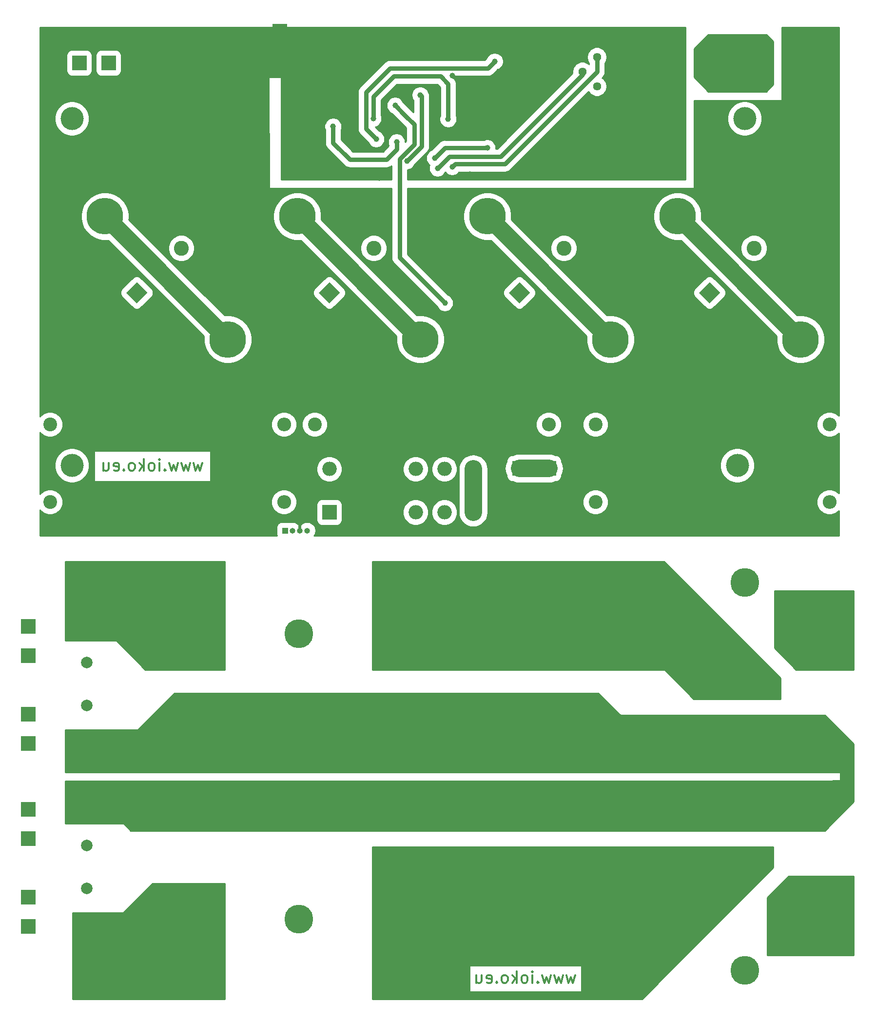
<source format=gbl>
G04 #@! TF.GenerationSoftware,KiCad,Pcbnew,5.1.7-a382d34a8~88~ubuntu18.04.1*
G04 #@! TF.CreationDate,2021-06-01T18:59:40+03:00*
G04 #@! TF.ProjectId,amplifier,616d706c-6966-4696-9572-2e6b69636164,rev?*
G04 #@! TF.SameCoordinates,Original*
G04 #@! TF.FileFunction,Copper,L2,Bot*
G04 #@! TF.FilePolarity,Positive*
%FSLAX46Y46*%
G04 Gerber Fmt 4.6, Leading zero omitted, Abs format (unit mm)*
G04 Created by KiCad (PCBNEW 5.1.7-a382d34a8~88~ubuntu18.04.1) date 2021-06-01 18:59:40*
%MOMM*%
%LPD*%
G01*
G04 APERTURE LIST*
G04 #@! TA.AperFunction,NonConductor*
%ADD10C,0.300000*%
G04 #@! TD*
G04 #@! TA.AperFunction,ComponentPad*
%ADD11C,2.000000*%
G04 #@! TD*
G04 #@! TA.AperFunction,ComponentPad*
%ADD12R,2.000000X2.000000*%
G04 #@! TD*
G04 #@! TA.AperFunction,ComponentPad*
%ADD13R,2.500000X2.500000*%
G04 #@! TD*
G04 #@! TA.AperFunction,ComponentPad*
%ADD14O,2.400000X2.400000*%
G04 #@! TD*
G04 #@! TA.AperFunction,ComponentPad*
%ADD15C,2.400000*%
G04 #@! TD*
G04 #@! TA.AperFunction,ComponentPad*
%ADD16C,3.000000*%
G04 #@! TD*
G04 #@! TA.AperFunction,ComponentPad*
%ADD17O,2.000000X2.000000*%
G04 #@! TD*
G04 #@! TA.AperFunction,ComponentPad*
%ADD18C,6.350000*%
G04 #@! TD*
G04 #@! TA.AperFunction,ComponentPad*
%ADD19C,2.600000*%
G04 #@! TD*
G04 #@! TA.AperFunction,ComponentPad*
%ADD20C,0.100000*%
G04 #@! TD*
G04 #@! TA.AperFunction,ComponentPad*
%ADD21C,1.440000*%
G04 #@! TD*
G04 #@! TA.AperFunction,ComponentPad*
%ADD22O,2.500000X2.500000*%
G04 #@! TD*
G04 #@! TA.AperFunction,ComponentPad*
%ADD23R,1.000000X1.000000*%
G04 #@! TD*
G04 #@! TA.AperFunction,ComponentPad*
%ADD24O,1.000000X1.000000*%
G04 #@! TD*
G04 #@! TA.AperFunction,ViaPad*
%ADD25C,4.000000*%
G04 #@! TD*
G04 #@! TA.AperFunction,ViaPad*
%ADD26C,5.000000*%
G04 #@! TD*
G04 #@! TA.AperFunction,ViaPad*
%ADD27C,1.000000*%
G04 #@! TD*
G04 #@! TA.AperFunction,ViaPad*
%ADD28C,1.400000*%
G04 #@! TD*
G04 #@! TA.AperFunction,ViaPad*
%ADD29C,0.800000*%
G04 #@! TD*
G04 #@! TA.AperFunction,Conductor*
%ADD30C,0.762000*%
G04 #@! TD*
G04 #@! TA.AperFunction,Conductor*
%ADD31C,3.048000*%
G04 #@! TD*
G04 #@! TA.AperFunction,Conductor*
%ADD32C,0.508000*%
G04 #@! TD*
G04 #@! TA.AperFunction,Conductor*
%ADD33C,0.254000*%
G04 #@! TD*
G04 #@! TA.AperFunction,Conductor*
%ADD34C,0.100000*%
G04 #@! TD*
G04 #@! TA.AperFunction,NonConductor*
%ADD35C,0.254000*%
G04 #@! TD*
G04 #@! TA.AperFunction,NonConductor*
%ADD36C,0.100000*%
G04 #@! TD*
G04 APERTURE END LIST*
D10*
X121950666Y-184991428D02*
X121569714Y-186324761D01*
X121188761Y-185372380D01*
X120807809Y-186324761D01*
X120426857Y-184991428D01*
X119855428Y-184991428D02*
X119474476Y-186324761D01*
X119093523Y-185372380D01*
X118712571Y-186324761D01*
X118331619Y-184991428D01*
X117760190Y-184991428D02*
X117379238Y-186324761D01*
X116998285Y-185372380D01*
X116617333Y-186324761D01*
X116236380Y-184991428D01*
X115474476Y-186134285D02*
X115379238Y-186229523D01*
X115474476Y-186324761D01*
X115569714Y-186229523D01*
X115474476Y-186134285D01*
X115474476Y-186324761D01*
X114522095Y-186324761D02*
X114522095Y-184991428D01*
X114522095Y-184324761D02*
X114617333Y-184420000D01*
X114522095Y-184515238D01*
X114426857Y-184420000D01*
X114522095Y-184324761D01*
X114522095Y-184515238D01*
X113284000Y-186324761D02*
X113474476Y-186229523D01*
X113569714Y-186134285D01*
X113664952Y-185943809D01*
X113664952Y-185372380D01*
X113569714Y-185181904D01*
X113474476Y-185086666D01*
X113284000Y-184991428D01*
X112998285Y-184991428D01*
X112807809Y-185086666D01*
X112712571Y-185181904D01*
X112617333Y-185372380D01*
X112617333Y-185943809D01*
X112712571Y-186134285D01*
X112807809Y-186229523D01*
X112998285Y-186324761D01*
X113284000Y-186324761D01*
X111760190Y-186324761D02*
X111760190Y-184324761D01*
X111569714Y-185562857D02*
X110998285Y-186324761D01*
X110998285Y-184991428D02*
X111760190Y-185753333D01*
X109855428Y-186324761D02*
X110045904Y-186229523D01*
X110141142Y-186134285D01*
X110236380Y-185943809D01*
X110236380Y-185372380D01*
X110141142Y-185181904D01*
X110045904Y-185086666D01*
X109855428Y-184991428D01*
X109569714Y-184991428D01*
X109379238Y-185086666D01*
X109284000Y-185181904D01*
X109188761Y-185372380D01*
X109188761Y-185943809D01*
X109284000Y-186134285D01*
X109379238Y-186229523D01*
X109569714Y-186324761D01*
X109855428Y-186324761D01*
X108331619Y-186134285D02*
X108236380Y-186229523D01*
X108331619Y-186324761D01*
X108426857Y-186229523D01*
X108331619Y-186134285D01*
X108331619Y-186324761D01*
X106617333Y-186229523D02*
X106807809Y-186324761D01*
X107188761Y-186324761D01*
X107379238Y-186229523D01*
X107474476Y-186039047D01*
X107474476Y-185277142D01*
X107379238Y-185086666D01*
X107188761Y-184991428D01*
X106807809Y-184991428D01*
X106617333Y-185086666D01*
X106522095Y-185277142D01*
X106522095Y-185467619D01*
X107474476Y-185658095D01*
X104807809Y-184991428D02*
X104807809Y-186324761D01*
X105664952Y-184991428D02*
X105664952Y-186039047D01*
X105569714Y-186229523D01*
X105379238Y-186324761D01*
X105093523Y-186324761D01*
X104903047Y-186229523D01*
X104807809Y-186134285D01*
X57180666Y-96091428D02*
X56799714Y-97424761D01*
X56418761Y-96472380D01*
X56037809Y-97424761D01*
X55656857Y-96091428D01*
X55085428Y-96091428D02*
X54704476Y-97424761D01*
X54323523Y-96472380D01*
X53942571Y-97424761D01*
X53561619Y-96091428D01*
X52990190Y-96091428D02*
X52609238Y-97424761D01*
X52228285Y-96472380D01*
X51847333Y-97424761D01*
X51466380Y-96091428D01*
X50704476Y-97234285D02*
X50609238Y-97329523D01*
X50704476Y-97424761D01*
X50799714Y-97329523D01*
X50704476Y-97234285D01*
X50704476Y-97424761D01*
X49752095Y-97424761D02*
X49752095Y-96091428D01*
X49752095Y-95424761D02*
X49847333Y-95520000D01*
X49752095Y-95615238D01*
X49656857Y-95520000D01*
X49752095Y-95424761D01*
X49752095Y-95615238D01*
X48514000Y-97424761D02*
X48704476Y-97329523D01*
X48799714Y-97234285D01*
X48894952Y-97043809D01*
X48894952Y-96472380D01*
X48799714Y-96281904D01*
X48704476Y-96186666D01*
X48514000Y-96091428D01*
X48228285Y-96091428D01*
X48037809Y-96186666D01*
X47942571Y-96281904D01*
X47847333Y-96472380D01*
X47847333Y-97043809D01*
X47942571Y-97234285D01*
X48037809Y-97329523D01*
X48228285Y-97424761D01*
X48514000Y-97424761D01*
X46990190Y-97424761D02*
X46990190Y-95424761D01*
X46799714Y-96662857D02*
X46228285Y-97424761D01*
X46228285Y-96091428D02*
X46990190Y-96853333D01*
X45085428Y-97424761D02*
X45275904Y-97329523D01*
X45371142Y-97234285D01*
X45466380Y-97043809D01*
X45466380Y-96472380D01*
X45371142Y-96281904D01*
X45275904Y-96186666D01*
X45085428Y-96091428D01*
X44799714Y-96091428D01*
X44609238Y-96186666D01*
X44514000Y-96281904D01*
X44418761Y-96472380D01*
X44418761Y-97043809D01*
X44514000Y-97234285D01*
X44609238Y-97329523D01*
X44799714Y-97424761D01*
X45085428Y-97424761D01*
X43561619Y-97234285D02*
X43466380Y-97329523D01*
X43561619Y-97424761D01*
X43656857Y-97329523D01*
X43561619Y-97234285D01*
X43561619Y-97424761D01*
X41847333Y-97329523D02*
X42037809Y-97424761D01*
X42418761Y-97424761D01*
X42609238Y-97329523D01*
X42704476Y-97139047D01*
X42704476Y-96377142D01*
X42609238Y-96186666D01*
X42418761Y-96091428D01*
X42037809Y-96091428D01*
X41847333Y-96186666D01*
X41752095Y-96377142D01*
X41752095Y-96567619D01*
X42704476Y-96758095D01*
X40037809Y-96091428D02*
X40037809Y-97424761D01*
X40894952Y-96091428D02*
X40894952Y-97139047D01*
X40799714Y-97329523D01*
X40609238Y-97424761D01*
X40323523Y-97424761D01*
X40133047Y-97329523D01*
X40037809Y-97234285D01*
D11*
X58674000Y-171450000D03*
D12*
X58674000Y-158750000D03*
D13*
X167894000Y-152400000D03*
X167894000Y-147320000D03*
D14*
X89154000Y-184150000D03*
D15*
X58674000Y-184150000D03*
D11*
X115824000Y-171450000D03*
D12*
X115824000Y-158750000D03*
D11*
X115824000Y-140970000D03*
D12*
X115824000Y-128270000D03*
D13*
X167894000Y-123190000D03*
X167894000Y-128270000D03*
X26924000Y-129540000D03*
X26924000Y-124460000D03*
X26924000Y-171450000D03*
X26924000Y-176530000D03*
D16*
X160274000Y-128270000D03*
X137674000Y-128270000D03*
D13*
X167894000Y-171450000D03*
X167894000Y-176530000D03*
D12*
X89154000Y-128270000D03*
D11*
X89154000Y-140970000D03*
D12*
X58674000Y-128270000D03*
D11*
X58674000Y-140970000D03*
X37084000Y-162440000D03*
D12*
X37084000Y-154940000D03*
D11*
X37084000Y-169940000D03*
X37084000Y-177440000D03*
D13*
X26924000Y-144780000D03*
X26924000Y-139700000D03*
X26924000Y-161290000D03*
X26924000Y-156210000D03*
D12*
X132334000Y-128270000D03*
D17*
X132334000Y-143270000D03*
D16*
X137674000Y-171450000D03*
X160274000Y-171450000D03*
D11*
X37084000Y-145690000D03*
X37084000Y-138190000D03*
D12*
X37084000Y-123190000D03*
D11*
X37084000Y-130690000D03*
D15*
X58674000Y-116840000D03*
D14*
X89154000Y-116840000D03*
D17*
X132588000Y-171210000D03*
D12*
X132588000Y-156210000D03*
X89154000Y-158750000D03*
D11*
X89154000Y-171450000D03*
D18*
X128071837Y-74644373D03*
X106717212Y-53289748D03*
D19*
X119989606Y-58826394D03*
G04 #@! TA.AperFunction,ComponentPad*
D20*
G36*
X110429522Y-66548000D02*
G01*
X112268000Y-64709522D01*
X114106478Y-66548000D01*
X112268000Y-68386478D01*
X110429522Y-66548000D01*
G37*
G04 #@! TD.AperFunction*
D18*
X161091837Y-74644373D03*
X139737212Y-53289748D03*
D19*
X153009606Y-58826394D03*
G04 #@! TA.AperFunction,ComponentPad*
D20*
G36*
X143449522Y-66548000D02*
G01*
X145288000Y-64709522D01*
X147126478Y-66548000D01*
X145288000Y-68386478D01*
X143449522Y-66548000D01*
G37*
G04 #@! TD.AperFunction*
G04 #@! TA.AperFunction,ComponentPad*
G36*
X77409522Y-66548000D02*
G01*
X79248000Y-64709522D01*
X81086478Y-66548000D01*
X79248000Y-68386478D01*
X77409522Y-66548000D01*
G37*
G04 #@! TD.AperFunction*
D19*
X86969606Y-58826394D03*
D18*
X73697212Y-53289748D03*
X95051837Y-74644373D03*
D21*
X125730000Y-30734000D03*
X123190000Y-28194000D03*
X125730000Y-25654000D03*
D15*
X125476000Y-102870000D03*
D14*
X166116000Y-102870000D03*
D13*
X79248000Y-104648000D03*
D22*
X94248000Y-104648000D03*
X99248000Y-104648000D03*
X104248000Y-104648000D03*
X104248000Y-97148000D03*
X99248000Y-97148000D03*
X94248000Y-97148000D03*
X79248000Y-97148000D03*
D15*
X30734000Y-89408000D03*
D14*
X71374000Y-89408000D03*
X71374000Y-102870000D03*
D15*
X30734000Y-102870000D03*
D14*
X166116000Y-89408000D03*
D15*
X125476000Y-89408000D03*
G04 #@! TA.AperFunction,ComponentPad*
D20*
G36*
X43983122Y-66548000D02*
G01*
X45821600Y-64709522D01*
X47660078Y-66548000D01*
X45821600Y-68386478D01*
X43983122Y-66548000D01*
G37*
G04 #@! TD.AperFunction*
D19*
X53543206Y-58826394D03*
D18*
X40270812Y-53289748D03*
X61625437Y-74644373D03*
D15*
X76708000Y-89408000D03*
D14*
X117348000Y-89408000D03*
D13*
X112268000Y-97028000D03*
X117348000Y-97028000D03*
X117348000Y-104648000D03*
X112268000Y-104648000D03*
X35814000Y-26670000D03*
X40894000Y-26670000D03*
X53594000Y-26670000D03*
X58674000Y-26670000D03*
X152654000Y-26670000D03*
X147574000Y-26670000D03*
X70612000Y-21178000D03*
D23*
X71564500Y-107823000D03*
D24*
X72834500Y-107823000D03*
X74104500Y-107823000D03*
X75374500Y-107823000D03*
D25*
X34544000Y-96520000D03*
X150114000Y-96520000D03*
X34544000Y-36322000D03*
X151384000Y-36322000D03*
D26*
X73914000Y-125730000D03*
X73914000Y-175260000D03*
X151384000Y-116840000D03*
X151384000Y-184150000D03*
D27*
X86868000Y-36322000D03*
X99888000Y-36388000D03*
X97536000Y-43180000D03*
X106680000Y-41402000D03*
D28*
X155194000Y-22860000D03*
X150114000Y-22860000D03*
X150114000Y-30480000D03*
X155194000Y-30480000D03*
X145034000Y-30480000D03*
X143764000Y-25400000D03*
X143764000Y-27940000D03*
X152654000Y-29210000D03*
X147574000Y-29210000D03*
D27*
X92710000Y-43688000D03*
X95019500Y-32234500D03*
D29*
X145034000Y-22860000D03*
X159004000Y-49530000D03*
X160274000Y-49530000D03*
X161544000Y-49530000D03*
X164084000Y-49530000D03*
X162814000Y-49530000D03*
X165354000Y-49530000D03*
X166624000Y-49530000D03*
X159004000Y-36830000D03*
X159004000Y-31750000D03*
X165354000Y-31750000D03*
X165354000Y-34290000D03*
X165354000Y-36830000D03*
X162460000Y-32104000D03*
X162460000Y-34644000D03*
X162460000Y-37184000D03*
X162460000Y-29564000D03*
X165354000Y-29210000D03*
D27*
X136105500Y-34582500D03*
X121666000Y-34798000D03*
X78663800Y-31165800D03*
X87651500Y-78253500D03*
X59944000Y-40640000D03*
X62484000Y-40640000D03*
X65024000Y-40640000D03*
X67564000Y-40640000D03*
X62484000Y-38100000D03*
X65024000Y-38100000D03*
X67564000Y-38100000D03*
X62484000Y-35560000D03*
X65024000Y-35560000D03*
X67564000Y-35560000D03*
X62484000Y-33020000D03*
X65024000Y-33020000D03*
X67564000Y-33020000D03*
X118364000Y-101600000D03*
X115824000Y-101600000D03*
X113284000Y-101600000D03*
X110744000Y-101600000D03*
X108204000Y-101600000D03*
X109474000Y-102870000D03*
X109474000Y-105410000D03*
X108204000Y-107950000D03*
X110744000Y-107950000D03*
X113284000Y-107950000D03*
X115824000Y-107950000D03*
X118364000Y-107950000D03*
X56134000Y-25146000D03*
X56134000Y-26670000D03*
X56134000Y-28194000D03*
X61468000Y-25654000D03*
X130810000Y-34544000D03*
X130810000Y-39116000D03*
X136144000Y-39116000D03*
X133604000Y-36830000D03*
X78486000Y-25654000D03*
X85090000Y-25654000D03*
X74168000Y-26670000D03*
X76200000Y-28956000D03*
X78994000Y-22352000D03*
X117856000Y-30988000D03*
X121158000Y-39624000D03*
X73914000Y-37084000D03*
X73914000Y-33020000D03*
X72390000Y-45466000D03*
X99822000Y-24892000D03*
X87947500Y-46672500D03*
X103695500Y-45974000D03*
X100647500Y-28829000D03*
X107378500Y-33655000D03*
X82867500Y-36449000D03*
X98044000Y-39751000D03*
X133604000Y-41592500D03*
D29*
X80899000Y-46355000D03*
X116586000Y-45720000D03*
X124968000Y-45720000D03*
X137922000Y-45720000D03*
X132080000Y-45720000D03*
D27*
X90678000Y-34036000D03*
X99314000Y-68326000D03*
X98044000Y-44958000D03*
X100584000Y-44704000D03*
X87376000Y-39878000D03*
X107966000Y-26400000D03*
X90932000Y-40386000D03*
X79916000Y-37686000D03*
D30*
X99888000Y-33340000D02*
X99888000Y-36388000D01*
X99888000Y-30292000D02*
X99888000Y-33340000D01*
X98552000Y-28956000D02*
X99888000Y-30292000D01*
X90424000Y-28956000D02*
X98552000Y-28956000D01*
X86868000Y-32512000D02*
X90424000Y-28956000D01*
X86868000Y-36322000D02*
X86868000Y-32512000D01*
X97536000Y-43180000D02*
X99314000Y-41402000D01*
X99314000Y-41402000D02*
X106680000Y-41402000D01*
D31*
X40270812Y-53289748D02*
X61625437Y-74644373D01*
D30*
X95250000Y-32465000D02*
X95019500Y-32234500D01*
X95250000Y-41148000D02*
X95250000Y-32465000D01*
X92710000Y-43688000D02*
X95250000Y-41148000D01*
D31*
X95051837Y-74644373D02*
X73697212Y-53289748D01*
D30*
X91573848Y-81534000D02*
X84074000Y-81534000D01*
X95891848Y-85852000D02*
X91573848Y-81534000D01*
X99314000Y-85852000D02*
X95891848Y-85852000D01*
X108204000Y-94742000D02*
X99314000Y-85852000D01*
X108204000Y-102596000D02*
X108204000Y-101600000D01*
X84074000Y-81534000D02*
X61214000Y-58674000D01*
X110256000Y-104648000D02*
X108204000Y-102596000D01*
X61214000Y-58674000D02*
X61214000Y-26670000D01*
X112268000Y-104648000D02*
X110256000Y-104648000D01*
X108204000Y-101600000D02*
X108204000Y-94742000D01*
D32*
X74104500Y-107823000D02*
X74104500Y-104584500D01*
X74104500Y-104584500D02*
X75184000Y-103505000D01*
X75184000Y-103505000D02*
X75184000Y-97155000D01*
X87651500Y-84687500D02*
X87651500Y-78253500D01*
X75184000Y-97155000D02*
X87651500Y-84687500D01*
D30*
X92329000Y-35687000D02*
X90678000Y-34036000D01*
X93980000Y-37338000D02*
X92329000Y-35687000D01*
X91440000Y-43358118D02*
X93980000Y-40818118D01*
X93980000Y-40818118D02*
X93980000Y-37338000D01*
X91440000Y-60452000D02*
X91440000Y-43358118D01*
X99314000Y-68326000D02*
X91440000Y-60452000D01*
X123190000Y-28702000D02*
X123190000Y-28194000D01*
X108966000Y-42926000D02*
X123190000Y-28702000D01*
X100076000Y-42926000D02*
X108966000Y-42926000D01*
X98044000Y-44958000D02*
X100076000Y-42926000D01*
X100584000Y-44704000D02*
X101092000Y-44196000D01*
X101092000Y-44196000D02*
X109728000Y-44196000D01*
X125730000Y-28194000D02*
X125730000Y-25654000D01*
X109728000Y-44196000D02*
X125730000Y-28194000D01*
X85598000Y-38100000D02*
X85598000Y-31750000D01*
X87376000Y-39878000D02*
X85598000Y-38100000D01*
X89408000Y-27940000D02*
X89662000Y-27686000D01*
X85598000Y-31750000D02*
X89408000Y-27940000D01*
X89789000Y-27559000D02*
X106807000Y-27559000D01*
X106807000Y-27559000D02*
X107966000Y-26400000D01*
X89408000Y-27940000D02*
X89789000Y-27559000D01*
X79916000Y-40546000D02*
X79916000Y-37686000D01*
X82804000Y-43434000D02*
X79916000Y-40546000D01*
X89154000Y-43434000D02*
X82804000Y-43434000D01*
X90932000Y-41656000D02*
X89154000Y-43434000D01*
X90932000Y-40386000D02*
X90932000Y-41656000D01*
D31*
X112268000Y-97028000D02*
X117348000Y-97028000D01*
X104248000Y-104648000D02*
X104248000Y-97148000D01*
X106717212Y-53289748D02*
X128071837Y-74644373D01*
X139737212Y-53289748D02*
X161091837Y-74644373D01*
D33*
X156337000Y-22912606D02*
X156337000Y-30427394D01*
X155141394Y-31623000D01*
X145086606Y-31623000D01*
X142621000Y-29157394D01*
X142621000Y-24182606D01*
X145086606Y-21717000D01*
X155141394Y-21717000D01*
X156337000Y-22912606D01*
G04 #@! TA.AperFunction,Conductor*
D34*
G36*
X156337000Y-22912606D02*
G01*
X156337000Y-30427394D01*
X155141394Y-31623000D01*
X145086606Y-31623000D01*
X142621000Y-29157394D01*
X142621000Y-24182606D01*
X145086606Y-21717000D01*
X155141394Y-21717000D01*
X156337000Y-22912606D01*
G37*
G04 #@! TD.AperFunction*
D33*
X141097000Y-46863000D02*
X92837000Y-46863000D01*
X92837000Y-45204000D01*
X92859313Y-45204000D01*
X93152201Y-45145741D01*
X93428095Y-45031462D01*
X93676393Y-44865554D01*
X93887554Y-44654393D01*
X94053462Y-44406095D01*
X94114204Y-44259452D01*
X95342969Y-43030687D01*
X96020000Y-43030687D01*
X96020000Y-43329313D01*
X96078259Y-43622201D01*
X96192538Y-43898095D01*
X96358446Y-44146393D01*
X96569607Y-44357554D01*
X96633988Y-44400572D01*
X96586259Y-44515799D01*
X96528000Y-44808687D01*
X96528000Y-45107313D01*
X96586259Y-45400201D01*
X96700538Y-45676095D01*
X96866446Y-45924393D01*
X97077607Y-46135554D01*
X97325905Y-46301462D01*
X97601799Y-46415741D01*
X97894687Y-46474000D01*
X98193313Y-46474000D01*
X98486201Y-46415741D01*
X98762095Y-46301462D01*
X99010393Y-46135554D01*
X99221554Y-45924393D01*
X99387462Y-45676095D01*
X99396185Y-45655036D01*
X99406446Y-45670393D01*
X99617607Y-45881554D01*
X99865905Y-46047462D01*
X100141799Y-46161741D01*
X100434687Y-46220000D01*
X100733313Y-46220000D01*
X101026201Y-46161741D01*
X101302095Y-46047462D01*
X101550393Y-45881554D01*
X101761554Y-45670393D01*
X101813267Y-45593000D01*
X109659375Y-45593000D01*
X109728000Y-45599759D01*
X109796625Y-45593000D01*
X110001860Y-45572786D01*
X110265195Y-45492904D01*
X110507887Y-45363183D01*
X110720608Y-45188608D01*
X110764364Y-45135291D01*
X124252370Y-31647287D01*
X124381561Y-31840636D01*
X124623364Y-32082439D01*
X124907696Y-32272423D01*
X125223627Y-32403287D01*
X125559019Y-32470000D01*
X125900981Y-32470000D01*
X126236373Y-32403287D01*
X126552304Y-32272423D01*
X126836636Y-32082439D01*
X127078439Y-31840636D01*
X127268423Y-31556304D01*
X127399287Y-31240373D01*
X127466000Y-30904981D01*
X127466000Y-30563019D01*
X127399287Y-30227627D01*
X127268423Y-29911696D01*
X127078439Y-29627364D01*
X126836636Y-29385561D01*
X126643287Y-29256370D01*
X126669307Y-29230350D01*
X126722607Y-29186608D01*
X126787791Y-29107182D01*
X126822644Y-29064713D01*
X126897183Y-28973887D01*
X127026904Y-28731195D01*
X127106786Y-28467860D01*
X127111618Y-28418805D01*
X127133759Y-28194001D01*
X127127000Y-28125375D01*
X127127000Y-26687959D01*
X127268423Y-26476304D01*
X127399287Y-26160373D01*
X127466000Y-25824981D01*
X127466000Y-25483019D01*
X127399287Y-25147627D01*
X127268423Y-24831696D01*
X127078439Y-24547364D01*
X126836636Y-24305561D01*
X126552304Y-24115577D01*
X126236373Y-23984713D01*
X125900981Y-23918000D01*
X125559019Y-23918000D01*
X125223627Y-23984713D01*
X124907696Y-24115577D01*
X124623364Y-24305561D01*
X124381561Y-24547364D01*
X124191577Y-24831696D01*
X124060713Y-25147627D01*
X123994000Y-25483019D01*
X123994000Y-25824981D01*
X124060713Y-26160373D01*
X124191577Y-26476304D01*
X124333001Y-26687960D01*
X124333001Y-26881926D01*
X124296636Y-26845561D01*
X124012304Y-26655577D01*
X123696373Y-26524713D01*
X123360981Y-26458000D01*
X123019019Y-26458000D01*
X122683627Y-26524713D01*
X122367696Y-26655577D01*
X122083364Y-26845561D01*
X121841561Y-27087364D01*
X121651577Y-27371696D01*
X121520713Y-27687627D01*
X121454000Y-28023019D01*
X121454000Y-28364981D01*
X121470153Y-28446191D01*
X108387345Y-41529000D01*
X108196000Y-41529000D01*
X108196000Y-41252687D01*
X108137741Y-40959799D01*
X108023462Y-40683905D01*
X107857554Y-40435607D01*
X107646393Y-40224446D01*
X107398095Y-40058538D01*
X107122201Y-39944259D01*
X106829313Y-39886000D01*
X106530687Y-39886000D01*
X106237799Y-39944259D01*
X106091157Y-40005000D01*
X99382625Y-40005000D01*
X99314000Y-39998241D01*
X99040140Y-40025214D01*
X98776804Y-40105096D01*
X98553516Y-40224446D01*
X98534113Y-40234817D01*
X98321392Y-40409392D01*
X98277640Y-40462704D01*
X96964548Y-41775796D01*
X96817905Y-41836538D01*
X96569607Y-42002446D01*
X96358446Y-42213607D01*
X96192538Y-42461905D01*
X96078259Y-42737799D01*
X96020000Y-43030687D01*
X95342969Y-43030687D01*
X96189306Y-42184350D01*
X96242607Y-42140608D01*
X96417183Y-41927887D01*
X96546904Y-41685195D01*
X96626786Y-41421860D01*
X96640585Y-41281759D01*
X96653759Y-41148001D01*
X96647000Y-41079376D01*
X96647000Y-32533624D01*
X96653759Y-32464999D01*
X96626786Y-32191141D01*
X96626786Y-32191140D01*
X96546904Y-31927805D01*
X96478881Y-31800541D01*
X96477241Y-31792299D01*
X96362962Y-31516405D01*
X96197054Y-31268107D01*
X95985893Y-31056946D01*
X95737595Y-30891038D01*
X95461701Y-30776759D01*
X95168813Y-30718500D01*
X94870187Y-30718500D01*
X94577299Y-30776759D01*
X94301405Y-30891038D01*
X94053107Y-31056946D01*
X93841946Y-31268107D01*
X93676038Y-31516405D01*
X93561759Y-31792299D01*
X93503500Y-32085187D01*
X93503500Y-32383813D01*
X93561759Y-32676701D01*
X93676038Y-32952595D01*
X93841946Y-33200893D01*
X93853001Y-33211948D01*
X93853001Y-35235345D01*
X93365357Y-34747702D01*
X93365353Y-34747697D01*
X92082204Y-33464548D01*
X92021462Y-33317905D01*
X91855554Y-33069607D01*
X91644393Y-32858446D01*
X91396095Y-32692538D01*
X91120201Y-32578259D01*
X90827313Y-32520000D01*
X90528687Y-32520000D01*
X90235799Y-32578259D01*
X89959905Y-32692538D01*
X89711607Y-32858446D01*
X89500446Y-33069607D01*
X89334538Y-33317905D01*
X89220259Y-33593799D01*
X89162000Y-33886687D01*
X89162000Y-34185313D01*
X89220259Y-34478201D01*
X89334538Y-34754095D01*
X89500446Y-35002393D01*
X89711607Y-35213554D01*
X89959905Y-35379462D01*
X90106548Y-35440204D01*
X91389697Y-36723353D01*
X91389702Y-36723357D01*
X92583001Y-37916657D01*
X92583000Y-40239461D01*
X92448000Y-40374461D01*
X92448000Y-40236687D01*
X92389741Y-39943799D01*
X92275462Y-39667905D01*
X92109554Y-39419607D01*
X91898393Y-39208446D01*
X91650095Y-39042538D01*
X91374201Y-38928259D01*
X91081313Y-38870000D01*
X90782687Y-38870000D01*
X90489799Y-38928259D01*
X90213905Y-39042538D01*
X89965607Y-39208446D01*
X89754446Y-39419607D01*
X89588538Y-39667905D01*
X89474259Y-39943799D01*
X89416000Y-40236687D01*
X89416000Y-40535313D01*
X89474259Y-40828201D01*
X89535000Y-40974843D01*
X89535000Y-41077344D01*
X88575345Y-42037000D01*
X83382656Y-42037000D01*
X81313000Y-39967345D01*
X81313000Y-38274843D01*
X81373741Y-38128201D01*
X81432000Y-37835313D01*
X81432000Y-37536687D01*
X81373741Y-37243799D01*
X81259462Y-36967905D01*
X81093554Y-36719607D01*
X80882393Y-36508446D01*
X80634095Y-36342538D01*
X80358201Y-36228259D01*
X80065313Y-36170000D01*
X79766687Y-36170000D01*
X79473799Y-36228259D01*
X79197905Y-36342538D01*
X78949607Y-36508446D01*
X78738446Y-36719607D01*
X78572538Y-36967905D01*
X78458259Y-37243799D01*
X78400000Y-37536687D01*
X78400000Y-37835313D01*
X78458259Y-38128201D01*
X78519001Y-38274845D01*
X78519000Y-40477375D01*
X78512241Y-40546000D01*
X78519000Y-40614624D01*
X78539214Y-40819859D01*
X78619096Y-41083194D01*
X78748817Y-41325886D01*
X78923392Y-41538607D01*
X78976705Y-41582360D01*
X81767641Y-44373297D01*
X81811392Y-44426608D01*
X81970015Y-44556786D01*
X82024113Y-44601183D01*
X82266804Y-44730904D01*
X82530140Y-44810786D01*
X82804000Y-44837759D01*
X82872625Y-44831000D01*
X89085375Y-44831000D01*
X89154000Y-44837759D01*
X89222625Y-44831000D01*
X89427860Y-44810786D01*
X89691195Y-44730904D01*
X89933887Y-44601183D01*
X90043001Y-44511636D01*
X90043001Y-46863000D01*
X70866000Y-46863000D01*
X70866000Y-31750000D01*
X84194241Y-31750000D01*
X84201001Y-31818635D01*
X84201000Y-38031375D01*
X84194241Y-38100000D01*
X84201000Y-38168624D01*
X84221214Y-38373859D01*
X84301096Y-38637194D01*
X84430817Y-38879886D01*
X84605392Y-39092607D01*
X84658704Y-39136359D01*
X85971797Y-40449452D01*
X86032538Y-40596095D01*
X86198446Y-40844393D01*
X86409607Y-41055554D01*
X86657905Y-41221462D01*
X86933799Y-41335741D01*
X87226687Y-41394000D01*
X87525313Y-41394000D01*
X87818201Y-41335741D01*
X88094095Y-41221462D01*
X88342393Y-41055554D01*
X88553554Y-40844393D01*
X88719462Y-40596095D01*
X88833741Y-40320201D01*
X88892000Y-40027313D01*
X88892000Y-39728687D01*
X88833741Y-39435799D01*
X88719462Y-39159905D01*
X88553554Y-38911607D01*
X88342393Y-38700446D01*
X88094095Y-38534538D01*
X87947452Y-38473797D01*
X87262821Y-37789165D01*
X87310201Y-37779741D01*
X87586095Y-37665462D01*
X87834393Y-37499554D01*
X88045554Y-37288393D01*
X88211462Y-37040095D01*
X88325741Y-36764201D01*
X88384000Y-36471313D01*
X88384000Y-36172687D01*
X88325741Y-35879799D01*
X88265000Y-35733157D01*
X88265000Y-33090655D01*
X91002657Y-30353000D01*
X97973344Y-30353000D01*
X98491000Y-30870657D01*
X98491001Y-33271366D01*
X98491000Y-33271376D01*
X98491001Y-35799155D01*
X98430259Y-35945799D01*
X98372000Y-36238687D01*
X98372000Y-36537313D01*
X98430259Y-36830201D01*
X98544538Y-37106095D01*
X98710446Y-37354393D01*
X98921607Y-37565554D01*
X99169905Y-37731462D01*
X99445799Y-37845741D01*
X99738687Y-37904000D01*
X100037313Y-37904000D01*
X100330201Y-37845741D01*
X100606095Y-37731462D01*
X100854393Y-37565554D01*
X101065554Y-37354393D01*
X101231462Y-37106095D01*
X101345741Y-36830201D01*
X101404000Y-36537313D01*
X101404000Y-36238687D01*
X101345741Y-35945799D01*
X101285000Y-35799157D01*
X101285000Y-30360624D01*
X101291759Y-30291999D01*
X101264786Y-30018140D01*
X101253053Y-29979461D01*
X101184904Y-29754805D01*
X101055183Y-29512113D01*
X100880607Y-29299392D01*
X100827306Y-29255649D01*
X100527656Y-28956000D01*
X106738375Y-28956000D01*
X106807000Y-28962759D01*
X106875625Y-28956000D01*
X107080860Y-28935786D01*
X107344195Y-28855904D01*
X107586887Y-28726183D01*
X107799608Y-28551608D01*
X107843364Y-28498292D01*
X108537452Y-27804203D01*
X108684095Y-27743462D01*
X108932393Y-27577554D01*
X109143554Y-27366393D01*
X109309462Y-27118095D01*
X109423741Y-26842201D01*
X109482000Y-26549313D01*
X109482000Y-26250687D01*
X109423741Y-25957799D01*
X109309462Y-25681905D01*
X109143554Y-25433607D01*
X108932393Y-25222446D01*
X108684095Y-25056538D01*
X108408201Y-24942259D01*
X108115313Y-24884000D01*
X107816687Y-24884000D01*
X107523799Y-24942259D01*
X107247905Y-25056538D01*
X106999607Y-25222446D01*
X106788446Y-25433607D01*
X106622538Y-25681905D01*
X106561797Y-25828548D01*
X106228345Y-26162000D01*
X89857624Y-26162000D01*
X89788999Y-26155241D01*
X89515140Y-26182214D01*
X89251805Y-26262096D01*
X89009113Y-26391817D01*
X88796392Y-26566392D01*
X88752640Y-26619704D01*
X88722697Y-26649647D01*
X88468701Y-26903644D01*
X88468697Y-26903647D01*
X84658704Y-30713641D01*
X84605393Y-30757392D01*
X84430818Y-30970113D01*
X84342570Y-31135214D01*
X84301097Y-31212805D01*
X84221214Y-31476141D01*
X84194241Y-31750000D01*
X70866000Y-31750000D01*
X70866000Y-29210000D01*
X70863560Y-29185224D01*
X70856333Y-29161399D01*
X70844597Y-29139443D01*
X70828803Y-29120197D01*
X70809557Y-29104403D01*
X70787601Y-29092667D01*
X70763776Y-29085440D01*
X70739000Y-29083000D01*
X68834000Y-29083000D01*
X68809224Y-29085440D01*
X68785399Y-29092667D01*
X68763443Y-29104403D01*
X68744197Y-29120197D01*
X68728403Y-29139443D01*
X68716667Y-29161399D01*
X68709440Y-29185224D01*
X68707001Y-29210423D01*
X68770501Y-48260423D01*
X68773024Y-48285192D01*
X68780330Y-48308992D01*
X68792139Y-48330909D01*
X68807997Y-48350101D01*
X68827295Y-48365831D01*
X68849291Y-48377494D01*
X68873139Y-48384642D01*
X68897500Y-48387000D01*
X90043001Y-48387000D01*
X90043000Y-60383375D01*
X90036241Y-60452000D01*
X90043000Y-60520624D01*
X90063214Y-60725859D01*
X90143096Y-60989194D01*
X90272817Y-61231886D01*
X90447392Y-61444607D01*
X90500705Y-61488360D01*
X97909797Y-68897453D01*
X97970538Y-69044095D01*
X98136446Y-69292393D01*
X98347607Y-69503554D01*
X98595905Y-69669462D01*
X98871799Y-69783741D01*
X99164687Y-69842000D01*
X99463313Y-69842000D01*
X99756201Y-69783741D01*
X100032095Y-69669462D01*
X100280393Y-69503554D01*
X100491554Y-69292393D01*
X100657462Y-69044095D01*
X100771741Y-68768201D01*
X100830000Y-68475313D01*
X100830000Y-68176687D01*
X100771741Y-67883799D01*
X100657462Y-67607905D01*
X100491554Y-67359607D01*
X100280393Y-67148446D01*
X100032095Y-66982538D01*
X99885453Y-66921797D01*
X99511656Y-66548000D01*
X109408607Y-66548000D01*
X109428224Y-66747171D01*
X109486320Y-66938687D01*
X109580662Y-67115190D01*
X109707626Y-67269896D01*
X111546104Y-69108374D01*
X111700810Y-69235338D01*
X111877313Y-69329680D01*
X112068829Y-69387776D01*
X112268000Y-69407393D01*
X112467171Y-69387776D01*
X112658687Y-69329680D01*
X112835190Y-69235338D01*
X112989896Y-69108374D01*
X114828374Y-67269896D01*
X114955338Y-67115190D01*
X115049680Y-66938687D01*
X115107776Y-66747171D01*
X115127393Y-66548000D01*
X115107776Y-66348829D01*
X115049680Y-66157313D01*
X114955338Y-65980810D01*
X114828374Y-65826104D01*
X112989896Y-63987626D01*
X112835190Y-63860662D01*
X112658687Y-63766320D01*
X112467171Y-63708224D01*
X112268000Y-63688607D01*
X112068829Y-63708224D01*
X111877313Y-63766320D01*
X111700810Y-63860662D01*
X111546104Y-63987626D01*
X109707626Y-65826104D01*
X109580662Y-65980810D01*
X109486320Y-66157313D01*
X109428224Y-66348829D01*
X109408607Y-66548000D01*
X99511656Y-66548000D01*
X92837000Y-59873345D01*
X92837000Y-52876971D01*
X102526212Y-52876971D01*
X102526212Y-53702525D01*
X102687270Y-54512217D01*
X103003196Y-55274931D01*
X103461850Y-55961354D01*
X104045606Y-56545110D01*
X104732029Y-57003764D01*
X105494743Y-57319690D01*
X106304435Y-57480748D01*
X107129989Y-57480748D01*
X107285231Y-57449868D01*
X123911716Y-74076355D01*
X123880837Y-74231596D01*
X123880837Y-75057150D01*
X124041895Y-75866842D01*
X124357821Y-76629556D01*
X124816475Y-77315979D01*
X125400231Y-77899735D01*
X126086654Y-78358389D01*
X126849368Y-78674315D01*
X127659060Y-78835373D01*
X128484614Y-78835373D01*
X129294306Y-78674315D01*
X130057020Y-78358389D01*
X130743443Y-77899735D01*
X131327199Y-77315979D01*
X131785853Y-76629556D01*
X132101779Y-75866842D01*
X132262837Y-75057150D01*
X132262837Y-74231596D01*
X132101779Y-73421904D01*
X131785853Y-72659190D01*
X131327199Y-71972767D01*
X130743443Y-71389011D01*
X130057020Y-70930357D01*
X129294306Y-70614431D01*
X128484614Y-70453373D01*
X127659060Y-70453373D01*
X127503819Y-70484252D01*
X123567567Y-66548000D01*
X142428607Y-66548000D01*
X142448224Y-66747171D01*
X142506320Y-66938687D01*
X142600662Y-67115190D01*
X142727626Y-67269896D01*
X144566104Y-69108374D01*
X144720810Y-69235338D01*
X144897313Y-69329680D01*
X145088829Y-69387776D01*
X145288000Y-69407393D01*
X145487171Y-69387776D01*
X145678687Y-69329680D01*
X145855190Y-69235338D01*
X146009896Y-69108374D01*
X147848374Y-67269896D01*
X147975338Y-67115190D01*
X148069680Y-66938687D01*
X148127776Y-66747171D01*
X148147393Y-66548000D01*
X148127776Y-66348829D01*
X148069680Y-66157313D01*
X147975338Y-65980810D01*
X147848374Y-65826104D01*
X146009896Y-63987626D01*
X145855190Y-63860662D01*
X145678687Y-63766320D01*
X145487171Y-63708224D01*
X145288000Y-63688607D01*
X145088829Y-63708224D01*
X144897313Y-63766320D01*
X144720810Y-63860662D01*
X144566104Y-63987626D01*
X142727626Y-65826104D01*
X142600662Y-65980810D01*
X142506320Y-66157313D01*
X142448224Y-66348829D01*
X142428607Y-66548000D01*
X123567567Y-66548000D01*
X115617854Y-58598288D01*
X117673606Y-58598288D01*
X117673606Y-59054500D01*
X117762609Y-59501946D01*
X117937194Y-59923431D01*
X118190651Y-60302758D01*
X118513242Y-60625349D01*
X118892569Y-60878806D01*
X119314054Y-61053391D01*
X119761500Y-61142394D01*
X120217712Y-61142394D01*
X120665158Y-61053391D01*
X121086643Y-60878806D01*
X121465970Y-60625349D01*
X121788561Y-60302758D01*
X122042018Y-59923431D01*
X122216603Y-59501946D01*
X122305606Y-59054500D01*
X122305606Y-58598288D01*
X122216603Y-58150842D01*
X122042018Y-57729357D01*
X121788561Y-57350030D01*
X121465970Y-57027439D01*
X121086643Y-56773982D01*
X120665158Y-56599397D01*
X120217712Y-56510394D01*
X119761500Y-56510394D01*
X119314054Y-56599397D01*
X118892569Y-56773982D01*
X118513242Y-57027439D01*
X118190651Y-57350030D01*
X117937194Y-57729357D01*
X117762609Y-58150842D01*
X117673606Y-58598288D01*
X115617854Y-58598288D01*
X110877332Y-53857767D01*
X110908212Y-53702525D01*
X110908212Y-52876971D01*
X135546212Y-52876971D01*
X135546212Y-53702525D01*
X135707270Y-54512217D01*
X136023196Y-55274931D01*
X136481850Y-55961354D01*
X137065606Y-56545110D01*
X137752029Y-57003764D01*
X138514743Y-57319690D01*
X139324435Y-57480748D01*
X140149989Y-57480748D01*
X140305231Y-57449868D01*
X156931716Y-74076355D01*
X156900837Y-74231596D01*
X156900837Y-75057150D01*
X157061895Y-75866842D01*
X157377821Y-76629556D01*
X157836475Y-77315979D01*
X158420231Y-77899735D01*
X159106654Y-78358389D01*
X159869368Y-78674315D01*
X160679060Y-78835373D01*
X161504614Y-78835373D01*
X162314306Y-78674315D01*
X163077020Y-78358389D01*
X163763443Y-77899735D01*
X164347199Y-77315979D01*
X164805853Y-76629556D01*
X165121779Y-75866842D01*
X165282837Y-75057150D01*
X165282837Y-74231596D01*
X165121779Y-73421904D01*
X164805853Y-72659190D01*
X164347199Y-71972767D01*
X163763443Y-71389011D01*
X163077020Y-70930357D01*
X162314306Y-70614431D01*
X161504614Y-70453373D01*
X160679060Y-70453373D01*
X160523819Y-70484252D01*
X148637854Y-58598288D01*
X150693606Y-58598288D01*
X150693606Y-59054500D01*
X150782609Y-59501946D01*
X150957194Y-59923431D01*
X151210651Y-60302758D01*
X151533242Y-60625349D01*
X151912569Y-60878806D01*
X152334054Y-61053391D01*
X152781500Y-61142394D01*
X153237712Y-61142394D01*
X153685158Y-61053391D01*
X154106643Y-60878806D01*
X154485970Y-60625349D01*
X154808561Y-60302758D01*
X155062018Y-59923431D01*
X155236603Y-59501946D01*
X155325606Y-59054500D01*
X155325606Y-58598288D01*
X155236603Y-58150842D01*
X155062018Y-57729357D01*
X154808561Y-57350030D01*
X154485970Y-57027439D01*
X154106643Y-56773982D01*
X153685158Y-56599397D01*
X153237712Y-56510394D01*
X152781500Y-56510394D01*
X152334054Y-56599397D01*
X151912569Y-56773982D01*
X151533242Y-57027439D01*
X151210651Y-57350030D01*
X150957194Y-57729357D01*
X150782609Y-58150842D01*
X150693606Y-58598288D01*
X148637854Y-58598288D01*
X143897332Y-53857767D01*
X143928212Y-53702525D01*
X143928212Y-52876971D01*
X143767154Y-52067279D01*
X143451228Y-51304565D01*
X142992574Y-50618142D01*
X142408818Y-50034386D01*
X141722395Y-49575732D01*
X140959681Y-49259806D01*
X140149989Y-49098748D01*
X139324435Y-49098748D01*
X138514743Y-49259806D01*
X137752029Y-49575732D01*
X137065606Y-50034386D01*
X136481850Y-50618142D01*
X136023196Y-51304565D01*
X135707270Y-52067279D01*
X135546212Y-52876971D01*
X110908212Y-52876971D01*
X110747154Y-52067279D01*
X110431228Y-51304565D01*
X109972574Y-50618142D01*
X109388818Y-50034386D01*
X108702395Y-49575732D01*
X107939681Y-49259806D01*
X107129989Y-49098748D01*
X106304435Y-49098748D01*
X105494743Y-49259806D01*
X104732029Y-49575732D01*
X104045606Y-50034386D01*
X103461850Y-50618142D01*
X103003196Y-51304565D01*
X102687270Y-52067279D01*
X102526212Y-52876971D01*
X92837000Y-52876971D01*
X92837000Y-48387000D01*
X142494000Y-48387000D01*
X142518776Y-48384560D01*
X142542601Y-48377333D01*
X142564557Y-48365597D01*
X142583803Y-48349803D01*
X142599597Y-48330557D01*
X142611333Y-48308601D01*
X142618560Y-48284776D01*
X142621000Y-48260000D01*
X142621000Y-36024950D01*
X148368000Y-36024950D01*
X148368000Y-36619050D01*
X148483903Y-37201735D01*
X148711256Y-37750612D01*
X149041320Y-38244588D01*
X149461412Y-38664680D01*
X149955388Y-38994744D01*
X150504265Y-39222097D01*
X151086950Y-39338000D01*
X151681050Y-39338000D01*
X152263735Y-39222097D01*
X152812612Y-38994744D01*
X153306588Y-38664680D01*
X153726680Y-38244588D01*
X154056744Y-37750612D01*
X154284097Y-37201735D01*
X154400000Y-36619050D01*
X154400000Y-36024950D01*
X154284097Y-35442265D01*
X154056744Y-34893388D01*
X153726680Y-34399412D01*
X153306588Y-33979320D01*
X152812612Y-33649256D01*
X152263735Y-33421903D01*
X151681050Y-33306000D01*
X151086950Y-33306000D01*
X150504265Y-33421903D01*
X149955388Y-33649256D01*
X149461412Y-33979320D01*
X149041320Y-34399412D01*
X148711256Y-34893388D01*
X148483903Y-35442265D01*
X148368000Y-36024950D01*
X142621000Y-36024950D01*
X142621000Y-33147000D01*
X157734000Y-33147000D01*
X157758776Y-33144560D01*
X157782601Y-33137333D01*
X157804557Y-33125597D01*
X157823803Y-33109803D01*
X157839597Y-33090557D01*
X157851333Y-33068601D01*
X157858560Y-33044776D01*
X157861000Y-33020000D01*
X157861000Y-20447000D01*
X167767000Y-20447000D01*
X167767000Y-87925104D01*
X167528617Y-87686721D01*
X167165669Y-87444207D01*
X166762383Y-87277160D01*
X166334257Y-87192000D01*
X165897743Y-87192000D01*
X165469617Y-87277160D01*
X165066331Y-87444207D01*
X164703383Y-87686721D01*
X164394721Y-87995383D01*
X164152207Y-88358331D01*
X163985160Y-88761617D01*
X163900000Y-89189743D01*
X163900000Y-89626257D01*
X163985160Y-90054383D01*
X164152207Y-90457669D01*
X164394721Y-90820617D01*
X164703383Y-91129279D01*
X165066331Y-91371793D01*
X165469617Y-91538840D01*
X165897743Y-91624000D01*
X166334257Y-91624000D01*
X166762383Y-91538840D01*
X167165669Y-91371793D01*
X167528617Y-91129279D01*
X167767000Y-90890896D01*
X167767000Y-101387104D01*
X167528617Y-101148721D01*
X167165669Y-100906207D01*
X166762383Y-100739160D01*
X166334257Y-100654000D01*
X165897743Y-100654000D01*
X165469617Y-100739160D01*
X165066331Y-100906207D01*
X164703383Y-101148721D01*
X164394721Y-101457383D01*
X164152207Y-101820331D01*
X163985160Y-102223617D01*
X163900000Y-102651743D01*
X163900000Y-103088257D01*
X163985160Y-103516383D01*
X164152207Y-103919669D01*
X164394721Y-104282617D01*
X164703383Y-104591279D01*
X165066331Y-104833793D01*
X165469617Y-105000840D01*
X165897743Y-105086000D01*
X166334257Y-105086000D01*
X166762383Y-105000840D01*
X167165669Y-104833793D01*
X167528617Y-104591279D01*
X167767000Y-104352896D01*
X167767000Y-108712000D01*
X76603767Y-108712000D01*
X76717962Y-108541095D01*
X76832241Y-108265201D01*
X76890500Y-107972313D01*
X76890500Y-107673687D01*
X76832241Y-107380799D01*
X76717962Y-107104905D01*
X76552054Y-106856607D01*
X76340893Y-106645446D01*
X76092595Y-106479538D01*
X75816701Y-106365259D01*
X75523813Y-106307000D01*
X75225187Y-106307000D01*
X74932299Y-106365259D01*
X74656405Y-106479538D01*
X74408107Y-106645446D01*
X74196946Y-106856607D01*
X74104500Y-106994962D01*
X74012054Y-106856607D01*
X73800893Y-106645446D01*
X73552595Y-106479538D01*
X73276701Y-106365259D01*
X72983813Y-106307000D01*
X72685187Y-106307000D01*
X72401334Y-106363462D01*
X72263671Y-106321702D01*
X72064500Y-106302085D01*
X71064500Y-106302085D01*
X70865329Y-106321702D01*
X70673813Y-106379798D01*
X70497310Y-106474140D01*
X70342604Y-106601104D01*
X70215640Y-106755810D01*
X70121298Y-106932313D01*
X70063202Y-107123829D01*
X70043585Y-107323000D01*
X70043585Y-108323000D01*
X70063202Y-108522171D01*
X70120786Y-108712000D01*
X28956000Y-108712000D01*
X28956000Y-104197728D01*
X29012721Y-104282617D01*
X29321383Y-104591279D01*
X29684331Y-104833793D01*
X30087617Y-105000840D01*
X30515743Y-105086000D01*
X30952257Y-105086000D01*
X31380383Y-105000840D01*
X31783669Y-104833793D01*
X32146617Y-104591279D01*
X32455279Y-104282617D01*
X32697793Y-103919669D01*
X32864840Y-103516383D01*
X32950000Y-103088257D01*
X32950000Y-102651743D01*
X69158000Y-102651743D01*
X69158000Y-103088257D01*
X69243160Y-103516383D01*
X69410207Y-103919669D01*
X69652721Y-104282617D01*
X69961383Y-104591279D01*
X70324331Y-104833793D01*
X70727617Y-105000840D01*
X71155743Y-105086000D01*
X71592257Y-105086000D01*
X72020383Y-105000840D01*
X72423669Y-104833793D01*
X72786617Y-104591279D01*
X73095279Y-104282617D01*
X73337793Y-103919669D01*
X73504840Y-103516383D01*
X73528387Y-103398000D01*
X76977085Y-103398000D01*
X76977085Y-105898000D01*
X76996702Y-106097171D01*
X77054798Y-106288687D01*
X77149140Y-106465190D01*
X77276104Y-106619896D01*
X77430810Y-106746860D01*
X77607313Y-106841202D01*
X77798829Y-106899298D01*
X77998000Y-106918915D01*
X80498000Y-106918915D01*
X80697171Y-106899298D01*
X80888687Y-106841202D01*
X81065190Y-106746860D01*
X81219896Y-106619896D01*
X81346860Y-106465190D01*
X81441202Y-106288687D01*
X81499298Y-106097171D01*
X81518915Y-105898000D01*
X81518915Y-104424819D01*
X91982000Y-104424819D01*
X91982000Y-104871181D01*
X92069081Y-105308968D01*
X92239897Y-105721353D01*
X92487883Y-106092491D01*
X92803509Y-106408117D01*
X93174647Y-106656103D01*
X93587032Y-106826919D01*
X94024819Y-106914000D01*
X94471181Y-106914000D01*
X94908968Y-106826919D01*
X95321353Y-106656103D01*
X95692491Y-106408117D01*
X96008117Y-106092491D01*
X96256103Y-105721353D01*
X96426919Y-105308968D01*
X96514000Y-104871181D01*
X96514000Y-104424819D01*
X96982000Y-104424819D01*
X96982000Y-104871181D01*
X97069081Y-105308968D01*
X97239897Y-105721353D01*
X97487883Y-106092491D01*
X97803509Y-106408117D01*
X98174647Y-106656103D01*
X98587032Y-106826919D01*
X99024819Y-106914000D01*
X99471181Y-106914000D01*
X99908968Y-106826919D01*
X100321353Y-106656103D01*
X100692491Y-106408117D01*
X101008117Y-106092491D01*
X101256103Y-105721353D01*
X101426919Y-105308968D01*
X101514000Y-104871181D01*
X101514000Y-104772770D01*
X101708000Y-104772770D01*
X101744753Y-105145926D01*
X101889992Y-105624718D01*
X102125849Y-106065975D01*
X102443259Y-106452741D01*
X102830024Y-106770151D01*
X103271281Y-107006008D01*
X103750073Y-107151247D01*
X104248000Y-107200289D01*
X104745926Y-107151247D01*
X105224718Y-107006008D01*
X105665975Y-106770151D01*
X106052741Y-106452741D01*
X106370151Y-106065976D01*
X106606008Y-105624719D01*
X106751247Y-105145927D01*
X106788000Y-104772771D01*
X106788000Y-102651743D01*
X123260000Y-102651743D01*
X123260000Y-103088257D01*
X123345160Y-103516383D01*
X123512207Y-103919669D01*
X123754721Y-104282617D01*
X124063383Y-104591279D01*
X124426331Y-104833793D01*
X124829617Y-105000840D01*
X125257743Y-105086000D01*
X125694257Y-105086000D01*
X126122383Y-105000840D01*
X126525669Y-104833793D01*
X126888617Y-104591279D01*
X127197279Y-104282617D01*
X127439793Y-103919669D01*
X127606840Y-103516383D01*
X127692000Y-103088257D01*
X127692000Y-102651743D01*
X127606840Y-102223617D01*
X127439793Y-101820331D01*
X127197279Y-101457383D01*
X126888617Y-101148721D01*
X126525669Y-100906207D01*
X126122383Y-100739160D01*
X125694257Y-100654000D01*
X125257743Y-100654000D01*
X124829617Y-100739160D01*
X124426331Y-100906207D01*
X124063383Y-101148721D01*
X123754721Y-101457383D01*
X123512207Y-101820331D01*
X123345160Y-102223617D01*
X123260000Y-102651743D01*
X106788000Y-102651743D01*
X106788000Y-97028000D01*
X109715711Y-97028000D01*
X109764753Y-97525927D01*
X109909992Y-98004719D01*
X109997085Y-98167658D01*
X109997085Y-98278000D01*
X110016702Y-98477171D01*
X110074798Y-98668687D01*
X110169140Y-98845190D01*
X110296104Y-98999896D01*
X110450810Y-99126860D01*
X110627313Y-99221202D01*
X110818829Y-99279298D01*
X111018000Y-99298915D01*
X111128342Y-99298915D01*
X111291281Y-99386008D01*
X111770073Y-99531247D01*
X112143229Y-99568000D01*
X117472771Y-99568000D01*
X117845927Y-99531247D01*
X118324719Y-99386008D01*
X118487658Y-99298915D01*
X118598000Y-99298915D01*
X118797171Y-99279298D01*
X118988687Y-99221202D01*
X119165190Y-99126860D01*
X119319896Y-98999896D01*
X119446860Y-98845190D01*
X119541202Y-98668687D01*
X119599298Y-98477171D01*
X119618915Y-98278000D01*
X119618915Y-98167658D01*
X119706008Y-98004719D01*
X119851247Y-97525927D01*
X119900289Y-97028000D01*
X119851247Y-96530073D01*
X119758083Y-96222950D01*
X147098000Y-96222950D01*
X147098000Y-96817050D01*
X147213903Y-97399735D01*
X147441256Y-97948612D01*
X147771320Y-98442588D01*
X148191412Y-98862680D01*
X148685388Y-99192744D01*
X149234265Y-99420097D01*
X149816950Y-99536000D01*
X150411050Y-99536000D01*
X150993735Y-99420097D01*
X151542612Y-99192744D01*
X152036588Y-98862680D01*
X152456680Y-98442588D01*
X152786744Y-97948612D01*
X153014097Y-97399735D01*
X153130000Y-96817050D01*
X153130000Y-96222950D01*
X153014097Y-95640265D01*
X152786744Y-95091388D01*
X152456680Y-94597412D01*
X152036588Y-94177320D01*
X151542612Y-93847256D01*
X150993735Y-93619903D01*
X150411050Y-93504000D01*
X149816950Y-93504000D01*
X149234265Y-93619903D01*
X148685388Y-93847256D01*
X148191412Y-94177320D01*
X147771320Y-94597412D01*
X147441256Y-95091388D01*
X147213903Y-95640265D01*
X147098000Y-96222950D01*
X119758083Y-96222950D01*
X119706008Y-96051281D01*
X119618915Y-95888342D01*
X119618915Y-95778000D01*
X119599298Y-95578829D01*
X119541202Y-95387313D01*
X119446860Y-95210810D01*
X119319896Y-95056104D01*
X119165190Y-94929140D01*
X118988687Y-94834798D01*
X118797171Y-94776702D01*
X118598000Y-94757085D01*
X118487658Y-94757085D01*
X118324719Y-94669992D01*
X117845927Y-94524753D01*
X117472771Y-94488000D01*
X112143229Y-94488000D01*
X111770073Y-94524753D01*
X111291281Y-94669992D01*
X111128342Y-94757085D01*
X111018000Y-94757085D01*
X110818829Y-94776702D01*
X110627313Y-94834798D01*
X110450810Y-94929140D01*
X110296104Y-95056104D01*
X110169140Y-95210810D01*
X110074798Y-95387313D01*
X110016702Y-95578829D01*
X109997085Y-95778000D01*
X109997085Y-95888342D01*
X109909992Y-96051281D01*
X109764753Y-96530073D01*
X109715711Y-97028000D01*
X106788000Y-97028000D01*
X106788000Y-97023229D01*
X106751247Y-96650073D01*
X106606008Y-96171281D01*
X106370151Y-95730024D01*
X106052741Y-95343259D01*
X105665976Y-95025849D01*
X105224719Y-94789992D01*
X104745927Y-94644753D01*
X104248000Y-94595711D01*
X103750074Y-94644753D01*
X103271282Y-94789992D01*
X102830025Y-95025849D01*
X102443260Y-95343259D01*
X102125850Y-95730024D01*
X101889993Y-96171281D01*
X101744754Y-96650073D01*
X101708001Y-97023229D01*
X101708000Y-104772770D01*
X101514000Y-104772770D01*
X101514000Y-104424819D01*
X101426919Y-103987032D01*
X101256103Y-103574647D01*
X101008117Y-103203509D01*
X100692491Y-102887883D01*
X100321353Y-102639897D01*
X99908968Y-102469081D01*
X99471181Y-102382000D01*
X99024819Y-102382000D01*
X98587032Y-102469081D01*
X98174647Y-102639897D01*
X97803509Y-102887883D01*
X97487883Y-103203509D01*
X97239897Y-103574647D01*
X97069081Y-103987032D01*
X96982000Y-104424819D01*
X96514000Y-104424819D01*
X96426919Y-103987032D01*
X96256103Y-103574647D01*
X96008117Y-103203509D01*
X95692491Y-102887883D01*
X95321353Y-102639897D01*
X94908968Y-102469081D01*
X94471181Y-102382000D01*
X94024819Y-102382000D01*
X93587032Y-102469081D01*
X93174647Y-102639897D01*
X92803509Y-102887883D01*
X92487883Y-103203509D01*
X92239897Y-103574647D01*
X92069081Y-103987032D01*
X91982000Y-104424819D01*
X81518915Y-104424819D01*
X81518915Y-103398000D01*
X81499298Y-103198829D01*
X81441202Y-103007313D01*
X81346860Y-102830810D01*
X81219896Y-102676104D01*
X81065190Y-102549140D01*
X80888687Y-102454798D01*
X80697171Y-102396702D01*
X80498000Y-102377085D01*
X77998000Y-102377085D01*
X77798829Y-102396702D01*
X77607313Y-102454798D01*
X77430810Y-102549140D01*
X77276104Y-102676104D01*
X77149140Y-102830810D01*
X77054798Y-103007313D01*
X76996702Y-103198829D01*
X76977085Y-103398000D01*
X73528387Y-103398000D01*
X73590000Y-103088257D01*
X73590000Y-102651743D01*
X73504840Y-102223617D01*
X73337793Y-101820331D01*
X73095279Y-101457383D01*
X72786617Y-101148721D01*
X72423669Y-100906207D01*
X72020383Y-100739160D01*
X71592257Y-100654000D01*
X71155743Y-100654000D01*
X70727617Y-100739160D01*
X70324331Y-100906207D01*
X69961383Y-101148721D01*
X69652721Y-101457383D01*
X69410207Y-101820331D01*
X69243160Y-102223617D01*
X69158000Y-102651743D01*
X32950000Y-102651743D01*
X32864840Y-102223617D01*
X32697793Y-101820331D01*
X32455279Y-101457383D01*
X32146617Y-101148721D01*
X31783669Y-100906207D01*
X31380383Y-100739160D01*
X30952257Y-100654000D01*
X30515743Y-100654000D01*
X30087617Y-100739160D01*
X29684331Y-100906207D01*
X29321383Y-101148721D01*
X29012721Y-101457383D01*
X28956000Y-101542272D01*
X28956000Y-96222950D01*
X31528000Y-96222950D01*
X31528000Y-96817050D01*
X31643903Y-97399735D01*
X31871256Y-97948612D01*
X32201320Y-98442588D01*
X32621412Y-98862680D01*
X33115388Y-99192744D01*
X33664265Y-99420097D01*
X34246950Y-99536000D01*
X34841050Y-99536000D01*
X35423735Y-99420097D01*
X35972612Y-99192744D01*
X36466588Y-98862680D01*
X36886680Y-98442588D01*
X37216744Y-97948612D01*
X37444097Y-97399735D01*
X37560000Y-96817050D01*
X37560000Y-96222950D01*
X37444097Y-95640265D01*
X37216744Y-95091388D01*
X36886680Y-94597412D01*
X36466588Y-94177320D01*
X36184748Y-93989000D01*
X38395619Y-93989000D01*
X38395619Y-99321000D01*
X58632381Y-99321000D01*
X58632381Y-96924819D01*
X76982000Y-96924819D01*
X76982000Y-97371181D01*
X77069081Y-97808968D01*
X77239897Y-98221353D01*
X77487883Y-98592491D01*
X77803509Y-98908117D01*
X78174647Y-99156103D01*
X78587032Y-99326919D01*
X79024819Y-99414000D01*
X79471181Y-99414000D01*
X79908968Y-99326919D01*
X80321353Y-99156103D01*
X80692491Y-98908117D01*
X81008117Y-98592491D01*
X81256103Y-98221353D01*
X81426919Y-97808968D01*
X81514000Y-97371181D01*
X81514000Y-96924819D01*
X91982000Y-96924819D01*
X91982000Y-97371181D01*
X92069081Y-97808968D01*
X92239897Y-98221353D01*
X92487883Y-98592491D01*
X92803509Y-98908117D01*
X93174647Y-99156103D01*
X93587032Y-99326919D01*
X94024819Y-99414000D01*
X94471181Y-99414000D01*
X94908968Y-99326919D01*
X95321353Y-99156103D01*
X95692491Y-98908117D01*
X96008117Y-98592491D01*
X96256103Y-98221353D01*
X96426919Y-97808968D01*
X96514000Y-97371181D01*
X96514000Y-96924819D01*
X96982000Y-96924819D01*
X96982000Y-97371181D01*
X97069081Y-97808968D01*
X97239897Y-98221353D01*
X97487883Y-98592491D01*
X97803509Y-98908117D01*
X98174647Y-99156103D01*
X98587032Y-99326919D01*
X99024819Y-99414000D01*
X99471181Y-99414000D01*
X99908968Y-99326919D01*
X100321353Y-99156103D01*
X100692491Y-98908117D01*
X101008117Y-98592491D01*
X101256103Y-98221353D01*
X101426919Y-97808968D01*
X101514000Y-97371181D01*
X101514000Y-96924819D01*
X101426919Y-96487032D01*
X101256103Y-96074647D01*
X101008117Y-95703509D01*
X100692491Y-95387883D01*
X100321353Y-95139897D01*
X99908968Y-94969081D01*
X99471181Y-94882000D01*
X99024819Y-94882000D01*
X98587032Y-94969081D01*
X98174647Y-95139897D01*
X97803509Y-95387883D01*
X97487883Y-95703509D01*
X97239897Y-96074647D01*
X97069081Y-96487032D01*
X96982000Y-96924819D01*
X96514000Y-96924819D01*
X96426919Y-96487032D01*
X96256103Y-96074647D01*
X96008117Y-95703509D01*
X95692491Y-95387883D01*
X95321353Y-95139897D01*
X94908968Y-94969081D01*
X94471181Y-94882000D01*
X94024819Y-94882000D01*
X93587032Y-94969081D01*
X93174647Y-95139897D01*
X92803509Y-95387883D01*
X92487883Y-95703509D01*
X92239897Y-96074647D01*
X92069081Y-96487032D01*
X91982000Y-96924819D01*
X81514000Y-96924819D01*
X81426919Y-96487032D01*
X81256103Y-96074647D01*
X81008117Y-95703509D01*
X80692491Y-95387883D01*
X80321353Y-95139897D01*
X79908968Y-94969081D01*
X79471181Y-94882000D01*
X79024819Y-94882000D01*
X78587032Y-94969081D01*
X78174647Y-95139897D01*
X77803509Y-95387883D01*
X77487883Y-95703509D01*
X77239897Y-96074647D01*
X77069081Y-96487032D01*
X76982000Y-96924819D01*
X58632381Y-96924819D01*
X58632381Y-93989000D01*
X38395619Y-93989000D01*
X36184748Y-93989000D01*
X35972612Y-93847256D01*
X35423735Y-93619903D01*
X34841050Y-93504000D01*
X34246950Y-93504000D01*
X33664265Y-93619903D01*
X33115388Y-93847256D01*
X32621412Y-94177320D01*
X32201320Y-94597412D01*
X31871256Y-95091388D01*
X31643903Y-95640265D01*
X31528000Y-96222950D01*
X28956000Y-96222950D01*
X28956000Y-90735728D01*
X29012721Y-90820617D01*
X29321383Y-91129279D01*
X29684331Y-91371793D01*
X30087617Y-91538840D01*
X30515743Y-91624000D01*
X30952257Y-91624000D01*
X31380383Y-91538840D01*
X31783669Y-91371793D01*
X32146617Y-91129279D01*
X32455279Y-90820617D01*
X32697793Y-90457669D01*
X32864840Y-90054383D01*
X32950000Y-89626257D01*
X32950000Y-89189743D01*
X69158000Y-89189743D01*
X69158000Y-89626257D01*
X69243160Y-90054383D01*
X69410207Y-90457669D01*
X69652721Y-90820617D01*
X69961383Y-91129279D01*
X70324331Y-91371793D01*
X70727617Y-91538840D01*
X71155743Y-91624000D01*
X71592257Y-91624000D01*
X72020383Y-91538840D01*
X72423669Y-91371793D01*
X72786617Y-91129279D01*
X73095279Y-90820617D01*
X73337793Y-90457669D01*
X73504840Y-90054383D01*
X73590000Y-89626257D01*
X73590000Y-89189743D01*
X74492000Y-89189743D01*
X74492000Y-89626257D01*
X74577160Y-90054383D01*
X74744207Y-90457669D01*
X74986721Y-90820617D01*
X75295383Y-91129279D01*
X75658331Y-91371793D01*
X76061617Y-91538840D01*
X76489743Y-91624000D01*
X76926257Y-91624000D01*
X77354383Y-91538840D01*
X77757669Y-91371793D01*
X78120617Y-91129279D01*
X78429279Y-90820617D01*
X78671793Y-90457669D01*
X78838840Y-90054383D01*
X78924000Y-89626257D01*
X78924000Y-89189743D01*
X115132000Y-89189743D01*
X115132000Y-89626257D01*
X115217160Y-90054383D01*
X115384207Y-90457669D01*
X115626721Y-90820617D01*
X115935383Y-91129279D01*
X116298331Y-91371793D01*
X116701617Y-91538840D01*
X117129743Y-91624000D01*
X117566257Y-91624000D01*
X117994383Y-91538840D01*
X118397669Y-91371793D01*
X118760617Y-91129279D01*
X119069279Y-90820617D01*
X119311793Y-90457669D01*
X119478840Y-90054383D01*
X119564000Y-89626257D01*
X119564000Y-89189743D01*
X123260000Y-89189743D01*
X123260000Y-89626257D01*
X123345160Y-90054383D01*
X123512207Y-90457669D01*
X123754721Y-90820617D01*
X124063383Y-91129279D01*
X124426331Y-91371793D01*
X124829617Y-91538840D01*
X125257743Y-91624000D01*
X125694257Y-91624000D01*
X126122383Y-91538840D01*
X126525669Y-91371793D01*
X126888617Y-91129279D01*
X127197279Y-90820617D01*
X127439793Y-90457669D01*
X127606840Y-90054383D01*
X127692000Y-89626257D01*
X127692000Y-89189743D01*
X127606840Y-88761617D01*
X127439793Y-88358331D01*
X127197279Y-87995383D01*
X126888617Y-87686721D01*
X126525669Y-87444207D01*
X126122383Y-87277160D01*
X125694257Y-87192000D01*
X125257743Y-87192000D01*
X124829617Y-87277160D01*
X124426331Y-87444207D01*
X124063383Y-87686721D01*
X123754721Y-87995383D01*
X123512207Y-88358331D01*
X123345160Y-88761617D01*
X123260000Y-89189743D01*
X119564000Y-89189743D01*
X119478840Y-88761617D01*
X119311793Y-88358331D01*
X119069279Y-87995383D01*
X118760617Y-87686721D01*
X118397669Y-87444207D01*
X117994383Y-87277160D01*
X117566257Y-87192000D01*
X117129743Y-87192000D01*
X116701617Y-87277160D01*
X116298331Y-87444207D01*
X115935383Y-87686721D01*
X115626721Y-87995383D01*
X115384207Y-88358331D01*
X115217160Y-88761617D01*
X115132000Y-89189743D01*
X78924000Y-89189743D01*
X78838840Y-88761617D01*
X78671793Y-88358331D01*
X78429279Y-87995383D01*
X78120617Y-87686721D01*
X77757669Y-87444207D01*
X77354383Y-87277160D01*
X76926257Y-87192000D01*
X76489743Y-87192000D01*
X76061617Y-87277160D01*
X75658331Y-87444207D01*
X75295383Y-87686721D01*
X74986721Y-87995383D01*
X74744207Y-88358331D01*
X74577160Y-88761617D01*
X74492000Y-89189743D01*
X73590000Y-89189743D01*
X73504840Y-88761617D01*
X73337793Y-88358331D01*
X73095279Y-87995383D01*
X72786617Y-87686721D01*
X72423669Y-87444207D01*
X72020383Y-87277160D01*
X71592257Y-87192000D01*
X71155743Y-87192000D01*
X70727617Y-87277160D01*
X70324331Y-87444207D01*
X69961383Y-87686721D01*
X69652721Y-87995383D01*
X69410207Y-88358331D01*
X69243160Y-88761617D01*
X69158000Y-89189743D01*
X32950000Y-89189743D01*
X32864840Y-88761617D01*
X32697793Y-88358331D01*
X32455279Y-87995383D01*
X32146617Y-87686721D01*
X31783669Y-87444207D01*
X31380383Y-87277160D01*
X30952257Y-87192000D01*
X30515743Y-87192000D01*
X30087617Y-87277160D01*
X29684331Y-87444207D01*
X29321383Y-87686721D01*
X29012721Y-87995383D01*
X28956000Y-88080272D01*
X28956000Y-66548000D01*
X42962207Y-66548000D01*
X42981824Y-66747171D01*
X43039920Y-66938687D01*
X43134262Y-67115190D01*
X43261226Y-67269896D01*
X45099704Y-69108374D01*
X45254410Y-69235338D01*
X45430913Y-69329680D01*
X45622429Y-69387776D01*
X45821600Y-69407393D01*
X46020771Y-69387776D01*
X46212287Y-69329680D01*
X46388790Y-69235338D01*
X46543496Y-69108374D01*
X48381974Y-67269896D01*
X48508938Y-67115190D01*
X48603280Y-66938687D01*
X48661376Y-66747171D01*
X48680993Y-66548000D01*
X48661376Y-66348829D01*
X48603280Y-66157313D01*
X48508938Y-65980810D01*
X48381974Y-65826104D01*
X46543496Y-63987626D01*
X46388790Y-63860662D01*
X46212287Y-63766320D01*
X46020771Y-63708224D01*
X45821600Y-63688607D01*
X45622429Y-63708224D01*
X45430913Y-63766320D01*
X45254410Y-63860662D01*
X45099704Y-63987626D01*
X43261226Y-65826104D01*
X43134262Y-65980810D01*
X43039920Y-66157313D01*
X42981824Y-66348829D01*
X42962207Y-66548000D01*
X28956000Y-66548000D01*
X28956000Y-52876971D01*
X36079812Y-52876971D01*
X36079812Y-53702525D01*
X36240870Y-54512217D01*
X36556796Y-55274931D01*
X37015450Y-55961354D01*
X37599206Y-56545110D01*
X38285629Y-57003764D01*
X39048343Y-57319690D01*
X39858035Y-57480748D01*
X40683589Y-57480748D01*
X40838831Y-57449868D01*
X57465316Y-74076355D01*
X57434437Y-74231596D01*
X57434437Y-75057150D01*
X57595495Y-75866842D01*
X57911421Y-76629556D01*
X58370075Y-77315979D01*
X58953831Y-77899735D01*
X59640254Y-78358389D01*
X60402968Y-78674315D01*
X61212660Y-78835373D01*
X62038214Y-78835373D01*
X62847906Y-78674315D01*
X63610620Y-78358389D01*
X64297043Y-77899735D01*
X64880799Y-77315979D01*
X65339453Y-76629556D01*
X65655379Y-75866842D01*
X65816437Y-75057150D01*
X65816437Y-74231596D01*
X65655379Y-73421904D01*
X65339453Y-72659190D01*
X64880799Y-71972767D01*
X64297043Y-71389011D01*
X63610620Y-70930357D01*
X62847906Y-70614431D01*
X62038214Y-70453373D01*
X61212660Y-70453373D01*
X61057419Y-70484252D01*
X57121167Y-66548000D01*
X76388607Y-66548000D01*
X76408224Y-66747171D01*
X76466320Y-66938687D01*
X76560662Y-67115190D01*
X76687626Y-67269896D01*
X78526104Y-69108374D01*
X78680810Y-69235338D01*
X78857313Y-69329680D01*
X79048829Y-69387776D01*
X79248000Y-69407393D01*
X79447171Y-69387776D01*
X79638687Y-69329680D01*
X79815190Y-69235338D01*
X79969896Y-69108374D01*
X81808374Y-67269896D01*
X81935338Y-67115190D01*
X82029680Y-66938687D01*
X82087776Y-66747171D01*
X82107393Y-66548000D01*
X82087776Y-66348829D01*
X82029680Y-66157313D01*
X81935338Y-65980810D01*
X81808374Y-65826104D01*
X79969896Y-63987626D01*
X79815190Y-63860662D01*
X79638687Y-63766320D01*
X79447171Y-63708224D01*
X79248000Y-63688607D01*
X79048829Y-63708224D01*
X78857313Y-63766320D01*
X78680810Y-63860662D01*
X78526104Y-63987626D01*
X76687626Y-65826104D01*
X76560662Y-65980810D01*
X76466320Y-66157313D01*
X76408224Y-66348829D01*
X76388607Y-66548000D01*
X57121167Y-66548000D01*
X49171454Y-58598288D01*
X51227206Y-58598288D01*
X51227206Y-59054500D01*
X51316209Y-59501946D01*
X51490794Y-59923431D01*
X51744251Y-60302758D01*
X52066842Y-60625349D01*
X52446169Y-60878806D01*
X52867654Y-61053391D01*
X53315100Y-61142394D01*
X53771312Y-61142394D01*
X54218758Y-61053391D01*
X54640243Y-60878806D01*
X55019570Y-60625349D01*
X55342161Y-60302758D01*
X55595618Y-59923431D01*
X55770203Y-59501946D01*
X55859206Y-59054500D01*
X55859206Y-58598288D01*
X55770203Y-58150842D01*
X55595618Y-57729357D01*
X55342161Y-57350030D01*
X55019570Y-57027439D01*
X54640243Y-56773982D01*
X54218758Y-56599397D01*
X53771312Y-56510394D01*
X53315100Y-56510394D01*
X52867654Y-56599397D01*
X52446169Y-56773982D01*
X52066842Y-57027439D01*
X51744251Y-57350030D01*
X51490794Y-57729357D01*
X51316209Y-58150842D01*
X51227206Y-58598288D01*
X49171454Y-58598288D01*
X44430932Y-53857767D01*
X44461812Y-53702525D01*
X44461812Y-52876971D01*
X69506212Y-52876971D01*
X69506212Y-53702525D01*
X69667270Y-54512217D01*
X69983196Y-55274931D01*
X70441850Y-55961354D01*
X71025606Y-56545110D01*
X71712029Y-57003764D01*
X72474743Y-57319690D01*
X73284435Y-57480748D01*
X74109989Y-57480748D01*
X74265231Y-57449868D01*
X90891716Y-74076355D01*
X90860837Y-74231596D01*
X90860837Y-75057150D01*
X91021895Y-75866842D01*
X91337821Y-76629556D01*
X91796475Y-77315979D01*
X92380231Y-77899735D01*
X93066654Y-78358389D01*
X93829368Y-78674315D01*
X94639060Y-78835373D01*
X95464614Y-78835373D01*
X96274306Y-78674315D01*
X97037020Y-78358389D01*
X97723443Y-77899735D01*
X98307199Y-77315979D01*
X98765853Y-76629556D01*
X99081779Y-75866842D01*
X99242837Y-75057150D01*
X99242837Y-74231596D01*
X99081779Y-73421904D01*
X98765853Y-72659190D01*
X98307199Y-71972767D01*
X97723443Y-71389011D01*
X97037020Y-70930357D01*
X96274306Y-70614431D01*
X95464614Y-70453373D01*
X94639060Y-70453373D01*
X94483819Y-70484252D01*
X82597854Y-58598288D01*
X84653606Y-58598288D01*
X84653606Y-59054500D01*
X84742609Y-59501946D01*
X84917194Y-59923431D01*
X85170651Y-60302758D01*
X85493242Y-60625349D01*
X85872569Y-60878806D01*
X86294054Y-61053391D01*
X86741500Y-61142394D01*
X87197712Y-61142394D01*
X87645158Y-61053391D01*
X88066643Y-60878806D01*
X88445970Y-60625349D01*
X88768561Y-60302758D01*
X89022018Y-59923431D01*
X89196603Y-59501946D01*
X89285606Y-59054500D01*
X89285606Y-58598288D01*
X89196603Y-58150842D01*
X89022018Y-57729357D01*
X88768561Y-57350030D01*
X88445970Y-57027439D01*
X88066643Y-56773982D01*
X87645158Y-56599397D01*
X87197712Y-56510394D01*
X86741500Y-56510394D01*
X86294054Y-56599397D01*
X85872569Y-56773982D01*
X85493242Y-57027439D01*
X85170651Y-57350030D01*
X84917194Y-57729357D01*
X84742609Y-58150842D01*
X84653606Y-58598288D01*
X82597854Y-58598288D01*
X77857332Y-53857767D01*
X77888212Y-53702525D01*
X77888212Y-52876971D01*
X77727154Y-52067279D01*
X77411228Y-51304565D01*
X76952574Y-50618142D01*
X76368818Y-50034386D01*
X75682395Y-49575732D01*
X74919681Y-49259806D01*
X74109989Y-49098748D01*
X73284435Y-49098748D01*
X72474743Y-49259806D01*
X71712029Y-49575732D01*
X71025606Y-50034386D01*
X70441850Y-50618142D01*
X69983196Y-51304565D01*
X69667270Y-52067279D01*
X69506212Y-52876971D01*
X44461812Y-52876971D01*
X44300754Y-52067279D01*
X43984828Y-51304565D01*
X43526174Y-50618142D01*
X42942418Y-50034386D01*
X42255995Y-49575732D01*
X41493281Y-49259806D01*
X40683589Y-49098748D01*
X39858035Y-49098748D01*
X39048343Y-49259806D01*
X38285629Y-49575732D01*
X37599206Y-50034386D01*
X37015450Y-50618142D01*
X36556796Y-51304565D01*
X36240870Y-52067279D01*
X36079812Y-52876971D01*
X28956000Y-52876971D01*
X28956000Y-36024950D01*
X31528000Y-36024950D01*
X31528000Y-36619050D01*
X31643903Y-37201735D01*
X31871256Y-37750612D01*
X32201320Y-38244588D01*
X32621412Y-38664680D01*
X33115388Y-38994744D01*
X33664265Y-39222097D01*
X34246950Y-39338000D01*
X34841050Y-39338000D01*
X35423735Y-39222097D01*
X35972612Y-38994744D01*
X36466588Y-38664680D01*
X36886680Y-38244588D01*
X37216744Y-37750612D01*
X37444097Y-37201735D01*
X37560000Y-36619050D01*
X37560000Y-36024950D01*
X37444097Y-35442265D01*
X37216744Y-34893388D01*
X36886680Y-34399412D01*
X36466588Y-33979320D01*
X35972612Y-33649256D01*
X35423735Y-33421903D01*
X34841050Y-33306000D01*
X34246950Y-33306000D01*
X33664265Y-33421903D01*
X33115388Y-33649256D01*
X32621412Y-33979320D01*
X32201320Y-34399412D01*
X31871256Y-34893388D01*
X31643903Y-35442265D01*
X31528000Y-36024950D01*
X28956000Y-36024950D01*
X28956000Y-25420000D01*
X33543085Y-25420000D01*
X33543085Y-27920000D01*
X33562702Y-28119171D01*
X33620798Y-28310687D01*
X33715140Y-28487190D01*
X33842104Y-28641896D01*
X33996810Y-28768860D01*
X34173313Y-28863202D01*
X34364829Y-28921298D01*
X34564000Y-28940915D01*
X37064000Y-28940915D01*
X37263171Y-28921298D01*
X37454687Y-28863202D01*
X37631190Y-28768860D01*
X37785896Y-28641896D01*
X37912860Y-28487190D01*
X38007202Y-28310687D01*
X38065298Y-28119171D01*
X38084915Y-27920000D01*
X38084915Y-25420000D01*
X38623085Y-25420000D01*
X38623085Y-27920000D01*
X38642702Y-28119171D01*
X38700798Y-28310687D01*
X38795140Y-28487190D01*
X38922104Y-28641896D01*
X39076810Y-28768860D01*
X39253313Y-28863202D01*
X39444829Y-28921298D01*
X39644000Y-28940915D01*
X42144000Y-28940915D01*
X42343171Y-28921298D01*
X42534687Y-28863202D01*
X42711190Y-28768860D01*
X42865896Y-28641896D01*
X42992860Y-28487190D01*
X43087202Y-28310687D01*
X43145298Y-28119171D01*
X43164915Y-27920000D01*
X43164915Y-25420000D01*
X43145298Y-25220829D01*
X43087202Y-25029313D01*
X42992860Y-24852810D01*
X42865896Y-24698104D01*
X42711190Y-24571140D01*
X42534687Y-24476798D01*
X42343171Y-24418702D01*
X42144000Y-24399085D01*
X39644000Y-24399085D01*
X39444829Y-24418702D01*
X39253313Y-24476798D01*
X39076810Y-24571140D01*
X38922104Y-24698104D01*
X38795140Y-24852810D01*
X38700798Y-25029313D01*
X38642702Y-25220829D01*
X38623085Y-25420000D01*
X38084915Y-25420000D01*
X38065298Y-25220829D01*
X38007202Y-25029313D01*
X37912860Y-24852810D01*
X37785896Y-24698104D01*
X37631190Y-24571140D01*
X37454687Y-24476798D01*
X37263171Y-24418702D01*
X37064000Y-24399085D01*
X34564000Y-24399085D01*
X34364829Y-24418702D01*
X34173313Y-24476798D01*
X33996810Y-24571140D01*
X33842104Y-24698104D01*
X33715140Y-24852810D01*
X33620798Y-25029313D01*
X33562702Y-25220829D01*
X33543085Y-25420000D01*
X28956000Y-25420000D01*
X28956000Y-20447000D01*
X141097000Y-20447000D01*
X141097000Y-46863000D01*
G04 #@! TA.AperFunction,Conductor*
D34*
G36*
X141097000Y-46863000D02*
G01*
X92837000Y-46863000D01*
X92837000Y-45204000D01*
X92859313Y-45204000D01*
X93152201Y-45145741D01*
X93428095Y-45031462D01*
X93676393Y-44865554D01*
X93887554Y-44654393D01*
X94053462Y-44406095D01*
X94114204Y-44259452D01*
X95342969Y-43030687D01*
X96020000Y-43030687D01*
X96020000Y-43329313D01*
X96078259Y-43622201D01*
X96192538Y-43898095D01*
X96358446Y-44146393D01*
X96569607Y-44357554D01*
X96633988Y-44400572D01*
X96586259Y-44515799D01*
X96528000Y-44808687D01*
X96528000Y-45107313D01*
X96586259Y-45400201D01*
X96700538Y-45676095D01*
X96866446Y-45924393D01*
X97077607Y-46135554D01*
X97325905Y-46301462D01*
X97601799Y-46415741D01*
X97894687Y-46474000D01*
X98193313Y-46474000D01*
X98486201Y-46415741D01*
X98762095Y-46301462D01*
X99010393Y-46135554D01*
X99221554Y-45924393D01*
X99387462Y-45676095D01*
X99396185Y-45655036D01*
X99406446Y-45670393D01*
X99617607Y-45881554D01*
X99865905Y-46047462D01*
X100141799Y-46161741D01*
X100434687Y-46220000D01*
X100733313Y-46220000D01*
X101026201Y-46161741D01*
X101302095Y-46047462D01*
X101550393Y-45881554D01*
X101761554Y-45670393D01*
X101813267Y-45593000D01*
X109659375Y-45593000D01*
X109728000Y-45599759D01*
X109796625Y-45593000D01*
X110001860Y-45572786D01*
X110265195Y-45492904D01*
X110507887Y-45363183D01*
X110720608Y-45188608D01*
X110764364Y-45135291D01*
X124252370Y-31647287D01*
X124381561Y-31840636D01*
X124623364Y-32082439D01*
X124907696Y-32272423D01*
X125223627Y-32403287D01*
X125559019Y-32470000D01*
X125900981Y-32470000D01*
X126236373Y-32403287D01*
X126552304Y-32272423D01*
X126836636Y-32082439D01*
X127078439Y-31840636D01*
X127268423Y-31556304D01*
X127399287Y-31240373D01*
X127466000Y-30904981D01*
X127466000Y-30563019D01*
X127399287Y-30227627D01*
X127268423Y-29911696D01*
X127078439Y-29627364D01*
X126836636Y-29385561D01*
X126643287Y-29256370D01*
X126669307Y-29230350D01*
X126722607Y-29186608D01*
X126787791Y-29107182D01*
X126822644Y-29064713D01*
X126897183Y-28973887D01*
X127026904Y-28731195D01*
X127106786Y-28467860D01*
X127111618Y-28418805D01*
X127133759Y-28194001D01*
X127127000Y-28125375D01*
X127127000Y-26687959D01*
X127268423Y-26476304D01*
X127399287Y-26160373D01*
X127466000Y-25824981D01*
X127466000Y-25483019D01*
X127399287Y-25147627D01*
X127268423Y-24831696D01*
X127078439Y-24547364D01*
X126836636Y-24305561D01*
X126552304Y-24115577D01*
X126236373Y-23984713D01*
X125900981Y-23918000D01*
X125559019Y-23918000D01*
X125223627Y-23984713D01*
X124907696Y-24115577D01*
X124623364Y-24305561D01*
X124381561Y-24547364D01*
X124191577Y-24831696D01*
X124060713Y-25147627D01*
X123994000Y-25483019D01*
X123994000Y-25824981D01*
X124060713Y-26160373D01*
X124191577Y-26476304D01*
X124333001Y-26687960D01*
X124333001Y-26881926D01*
X124296636Y-26845561D01*
X124012304Y-26655577D01*
X123696373Y-26524713D01*
X123360981Y-26458000D01*
X123019019Y-26458000D01*
X122683627Y-26524713D01*
X122367696Y-26655577D01*
X122083364Y-26845561D01*
X121841561Y-27087364D01*
X121651577Y-27371696D01*
X121520713Y-27687627D01*
X121454000Y-28023019D01*
X121454000Y-28364981D01*
X121470153Y-28446191D01*
X108387345Y-41529000D01*
X108196000Y-41529000D01*
X108196000Y-41252687D01*
X108137741Y-40959799D01*
X108023462Y-40683905D01*
X107857554Y-40435607D01*
X107646393Y-40224446D01*
X107398095Y-40058538D01*
X107122201Y-39944259D01*
X106829313Y-39886000D01*
X106530687Y-39886000D01*
X106237799Y-39944259D01*
X106091157Y-40005000D01*
X99382625Y-40005000D01*
X99314000Y-39998241D01*
X99040140Y-40025214D01*
X98776804Y-40105096D01*
X98553516Y-40224446D01*
X98534113Y-40234817D01*
X98321392Y-40409392D01*
X98277640Y-40462704D01*
X96964548Y-41775796D01*
X96817905Y-41836538D01*
X96569607Y-42002446D01*
X96358446Y-42213607D01*
X96192538Y-42461905D01*
X96078259Y-42737799D01*
X96020000Y-43030687D01*
X95342969Y-43030687D01*
X96189306Y-42184350D01*
X96242607Y-42140608D01*
X96417183Y-41927887D01*
X96546904Y-41685195D01*
X96626786Y-41421860D01*
X96640585Y-41281759D01*
X96653759Y-41148001D01*
X96647000Y-41079376D01*
X96647000Y-32533624D01*
X96653759Y-32464999D01*
X96626786Y-32191141D01*
X96626786Y-32191140D01*
X96546904Y-31927805D01*
X96478881Y-31800541D01*
X96477241Y-31792299D01*
X96362962Y-31516405D01*
X96197054Y-31268107D01*
X95985893Y-31056946D01*
X95737595Y-30891038D01*
X95461701Y-30776759D01*
X95168813Y-30718500D01*
X94870187Y-30718500D01*
X94577299Y-30776759D01*
X94301405Y-30891038D01*
X94053107Y-31056946D01*
X93841946Y-31268107D01*
X93676038Y-31516405D01*
X93561759Y-31792299D01*
X93503500Y-32085187D01*
X93503500Y-32383813D01*
X93561759Y-32676701D01*
X93676038Y-32952595D01*
X93841946Y-33200893D01*
X93853001Y-33211948D01*
X93853001Y-35235345D01*
X93365357Y-34747702D01*
X93365353Y-34747697D01*
X92082204Y-33464548D01*
X92021462Y-33317905D01*
X91855554Y-33069607D01*
X91644393Y-32858446D01*
X91396095Y-32692538D01*
X91120201Y-32578259D01*
X90827313Y-32520000D01*
X90528687Y-32520000D01*
X90235799Y-32578259D01*
X89959905Y-32692538D01*
X89711607Y-32858446D01*
X89500446Y-33069607D01*
X89334538Y-33317905D01*
X89220259Y-33593799D01*
X89162000Y-33886687D01*
X89162000Y-34185313D01*
X89220259Y-34478201D01*
X89334538Y-34754095D01*
X89500446Y-35002393D01*
X89711607Y-35213554D01*
X89959905Y-35379462D01*
X90106548Y-35440204D01*
X91389697Y-36723353D01*
X91389702Y-36723357D01*
X92583001Y-37916657D01*
X92583000Y-40239461D01*
X92448000Y-40374461D01*
X92448000Y-40236687D01*
X92389741Y-39943799D01*
X92275462Y-39667905D01*
X92109554Y-39419607D01*
X91898393Y-39208446D01*
X91650095Y-39042538D01*
X91374201Y-38928259D01*
X91081313Y-38870000D01*
X90782687Y-38870000D01*
X90489799Y-38928259D01*
X90213905Y-39042538D01*
X89965607Y-39208446D01*
X89754446Y-39419607D01*
X89588538Y-39667905D01*
X89474259Y-39943799D01*
X89416000Y-40236687D01*
X89416000Y-40535313D01*
X89474259Y-40828201D01*
X89535000Y-40974843D01*
X89535000Y-41077344D01*
X88575345Y-42037000D01*
X83382656Y-42037000D01*
X81313000Y-39967345D01*
X81313000Y-38274843D01*
X81373741Y-38128201D01*
X81432000Y-37835313D01*
X81432000Y-37536687D01*
X81373741Y-37243799D01*
X81259462Y-36967905D01*
X81093554Y-36719607D01*
X80882393Y-36508446D01*
X80634095Y-36342538D01*
X80358201Y-36228259D01*
X80065313Y-36170000D01*
X79766687Y-36170000D01*
X79473799Y-36228259D01*
X79197905Y-36342538D01*
X78949607Y-36508446D01*
X78738446Y-36719607D01*
X78572538Y-36967905D01*
X78458259Y-37243799D01*
X78400000Y-37536687D01*
X78400000Y-37835313D01*
X78458259Y-38128201D01*
X78519001Y-38274845D01*
X78519000Y-40477375D01*
X78512241Y-40546000D01*
X78519000Y-40614624D01*
X78539214Y-40819859D01*
X78619096Y-41083194D01*
X78748817Y-41325886D01*
X78923392Y-41538607D01*
X78976705Y-41582360D01*
X81767641Y-44373297D01*
X81811392Y-44426608D01*
X81970015Y-44556786D01*
X82024113Y-44601183D01*
X82266804Y-44730904D01*
X82530140Y-44810786D01*
X82804000Y-44837759D01*
X82872625Y-44831000D01*
X89085375Y-44831000D01*
X89154000Y-44837759D01*
X89222625Y-44831000D01*
X89427860Y-44810786D01*
X89691195Y-44730904D01*
X89933887Y-44601183D01*
X90043001Y-44511636D01*
X90043001Y-46863000D01*
X70866000Y-46863000D01*
X70866000Y-31750000D01*
X84194241Y-31750000D01*
X84201001Y-31818635D01*
X84201000Y-38031375D01*
X84194241Y-38100000D01*
X84201000Y-38168624D01*
X84221214Y-38373859D01*
X84301096Y-38637194D01*
X84430817Y-38879886D01*
X84605392Y-39092607D01*
X84658704Y-39136359D01*
X85971797Y-40449452D01*
X86032538Y-40596095D01*
X86198446Y-40844393D01*
X86409607Y-41055554D01*
X86657905Y-41221462D01*
X86933799Y-41335741D01*
X87226687Y-41394000D01*
X87525313Y-41394000D01*
X87818201Y-41335741D01*
X88094095Y-41221462D01*
X88342393Y-41055554D01*
X88553554Y-40844393D01*
X88719462Y-40596095D01*
X88833741Y-40320201D01*
X88892000Y-40027313D01*
X88892000Y-39728687D01*
X88833741Y-39435799D01*
X88719462Y-39159905D01*
X88553554Y-38911607D01*
X88342393Y-38700446D01*
X88094095Y-38534538D01*
X87947452Y-38473797D01*
X87262821Y-37789165D01*
X87310201Y-37779741D01*
X87586095Y-37665462D01*
X87834393Y-37499554D01*
X88045554Y-37288393D01*
X88211462Y-37040095D01*
X88325741Y-36764201D01*
X88384000Y-36471313D01*
X88384000Y-36172687D01*
X88325741Y-35879799D01*
X88265000Y-35733157D01*
X88265000Y-33090655D01*
X91002657Y-30353000D01*
X97973344Y-30353000D01*
X98491000Y-30870657D01*
X98491001Y-33271366D01*
X98491000Y-33271376D01*
X98491001Y-35799155D01*
X98430259Y-35945799D01*
X98372000Y-36238687D01*
X98372000Y-36537313D01*
X98430259Y-36830201D01*
X98544538Y-37106095D01*
X98710446Y-37354393D01*
X98921607Y-37565554D01*
X99169905Y-37731462D01*
X99445799Y-37845741D01*
X99738687Y-37904000D01*
X100037313Y-37904000D01*
X100330201Y-37845741D01*
X100606095Y-37731462D01*
X100854393Y-37565554D01*
X101065554Y-37354393D01*
X101231462Y-37106095D01*
X101345741Y-36830201D01*
X101404000Y-36537313D01*
X101404000Y-36238687D01*
X101345741Y-35945799D01*
X101285000Y-35799157D01*
X101285000Y-30360624D01*
X101291759Y-30291999D01*
X101264786Y-30018140D01*
X101253053Y-29979461D01*
X101184904Y-29754805D01*
X101055183Y-29512113D01*
X100880607Y-29299392D01*
X100827306Y-29255649D01*
X100527656Y-28956000D01*
X106738375Y-28956000D01*
X106807000Y-28962759D01*
X106875625Y-28956000D01*
X107080860Y-28935786D01*
X107344195Y-28855904D01*
X107586887Y-28726183D01*
X107799608Y-28551608D01*
X107843364Y-28498292D01*
X108537452Y-27804203D01*
X108684095Y-27743462D01*
X108932393Y-27577554D01*
X109143554Y-27366393D01*
X109309462Y-27118095D01*
X109423741Y-26842201D01*
X109482000Y-26549313D01*
X109482000Y-26250687D01*
X109423741Y-25957799D01*
X109309462Y-25681905D01*
X109143554Y-25433607D01*
X108932393Y-25222446D01*
X108684095Y-25056538D01*
X108408201Y-24942259D01*
X108115313Y-24884000D01*
X107816687Y-24884000D01*
X107523799Y-24942259D01*
X107247905Y-25056538D01*
X106999607Y-25222446D01*
X106788446Y-25433607D01*
X106622538Y-25681905D01*
X106561797Y-25828548D01*
X106228345Y-26162000D01*
X89857624Y-26162000D01*
X89788999Y-26155241D01*
X89515140Y-26182214D01*
X89251805Y-26262096D01*
X89009113Y-26391817D01*
X88796392Y-26566392D01*
X88752640Y-26619704D01*
X88722697Y-26649647D01*
X88468701Y-26903644D01*
X88468697Y-26903647D01*
X84658704Y-30713641D01*
X84605393Y-30757392D01*
X84430818Y-30970113D01*
X84342570Y-31135214D01*
X84301097Y-31212805D01*
X84221214Y-31476141D01*
X84194241Y-31750000D01*
X70866000Y-31750000D01*
X70866000Y-29210000D01*
X70863560Y-29185224D01*
X70856333Y-29161399D01*
X70844597Y-29139443D01*
X70828803Y-29120197D01*
X70809557Y-29104403D01*
X70787601Y-29092667D01*
X70763776Y-29085440D01*
X70739000Y-29083000D01*
X68834000Y-29083000D01*
X68809224Y-29085440D01*
X68785399Y-29092667D01*
X68763443Y-29104403D01*
X68744197Y-29120197D01*
X68728403Y-29139443D01*
X68716667Y-29161399D01*
X68709440Y-29185224D01*
X68707001Y-29210423D01*
X68770501Y-48260423D01*
X68773024Y-48285192D01*
X68780330Y-48308992D01*
X68792139Y-48330909D01*
X68807997Y-48350101D01*
X68827295Y-48365831D01*
X68849291Y-48377494D01*
X68873139Y-48384642D01*
X68897500Y-48387000D01*
X90043001Y-48387000D01*
X90043000Y-60383375D01*
X90036241Y-60452000D01*
X90043000Y-60520624D01*
X90063214Y-60725859D01*
X90143096Y-60989194D01*
X90272817Y-61231886D01*
X90447392Y-61444607D01*
X90500705Y-61488360D01*
X97909797Y-68897453D01*
X97970538Y-69044095D01*
X98136446Y-69292393D01*
X98347607Y-69503554D01*
X98595905Y-69669462D01*
X98871799Y-69783741D01*
X99164687Y-69842000D01*
X99463313Y-69842000D01*
X99756201Y-69783741D01*
X100032095Y-69669462D01*
X100280393Y-69503554D01*
X100491554Y-69292393D01*
X100657462Y-69044095D01*
X100771741Y-68768201D01*
X100830000Y-68475313D01*
X100830000Y-68176687D01*
X100771741Y-67883799D01*
X100657462Y-67607905D01*
X100491554Y-67359607D01*
X100280393Y-67148446D01*
X100032095Y-66982538D01*
X99885453Y-66921797D01*
X99511656Y-66548000D01*
X109408607Y-66548000D01*
X109428224Y-66747171D01*
X109486320Y-66938687D01*
X109580662Y-67115190D01*
X109707626Y-67269896D01*
X111546104Y-69108374D01*
X111700810Y-69235338D01*
X111877313Y-69329680D01*
X112068829Y-69387776D01*
X112268000Y-69407393D01*
X112467171Y-69387776D01*
X112658687Y-69329680D01*
X112835190Y-69235338D01*
X112989896Y-69108374D01*
X114828374Y-67269896D01*
X114955338Y-67115190D01*
X115049680Y-66938687D01*
X115107776Y-66747171D01*
X115127393Y-66548000D01*
X115107776Y-66348829D01*
X115049680Y-66157313D01*
X114955338Y-65980810D01*
X114828374Y-65826104D01*
X112989896Y-63987626D01*
X112835190Y-63860662D01*
X112658687Y-63766320D01*
X112467171Y-63708224D01*
X112268000Y-63688607D01*
X112068829Y-63708224D01*
X111877313Y-63766320D01*
X111700810Y-63860662D01*
X111546104Y-63987626D01*
X109707626Y-65826104D01*
X109580662Y-65980810D01*
X109486320Y-66157313D01*
X109428224Y-66348829D01*
X109408607Y-66548000D01*
X99511656Y-66548000D01*
X92837000Y-59873345D01*
X92837000Y-52876971D01*
X102526212Y-52876971D01*
X102526212Y-53702525D01*
X102687270Y-54512217D01*
X103003196Y-55274931D01*
X103461850Y-55961354D01*
X104045606Y-56545110D01*
X104732029Y-57003764D01*
X105494743Y-57319690D01*
X106304435Y-57480748D01*
X107129989Y-57480748D01*
X107285231Y-57449868D01*
X123911716Y-74076355D01*
X123880837Y-74231596D01*
X123880837Y-75057150D01*
X124041895Y-75866842D01*
X124357821Y-76629556D01*
X124816475Y-77315979D01*
X125400231Y-77899735D01*
X126086654Y-78358389D01*
X126849368Y-78674315D01*
X127659060Y-78835373D01*
X128484614Y-78835373D01*
X129294306Y-78674315D01*
X130057020Y-78358389D01*
X130743443Y-77899735D01*
X131327199Y-77315979D01*
X131785853Y-76629556D01*
X132101779Y-75866842D01*
X132262837Y-75057150D01*
X132262837Y-74231596D01*
X132101779Y-73421904D01*
X131785853Y-72659190D01*
X131327199Y-71972767D01*
X130743443Y-71389011D01*
X130057020Y-70930357D01*
X129294306Y-70614431D01*
X128484614Y-70453373D01*
X127659060Y-70453373D01*
X127503819Y-70484252D01*
X123567567Y-66548000D01*
X142428607Y-66548000D01*
X142448224Y-66747171D01*
X142506320Y-66938687D01*
X142600662Y-67115190D01*
X142727626Y-67269896D01*
X144566104Y-69108374D01*
X144720810Y-69235338D01*
X144897313Y-69329680D01*
X145088829Y-69387776D01*
X145288000Y-69407393D01*
X145487171Y-69387776D01*
X145678687Y-69329680D01*
X145855190Y-69235338D01*
X146009896Y-69108374D01*
X147848374Y-67269896D01*
X147975338Y-67115190D01*
X148069680Y-66938687D01*
X148127776Y-66747171D01*
X148147393Y-66548000D01*
X148127776Y-66348829D01*
X148069680Y-66157313D01*
X147975338Y-65980810D01*
X147848374Y-65826104D01*
X146009896Y-63987626D01*
X145855190Y-63860662D01*
X145678687Y-63766320D01*
X145487171Y-63708224D01*
X145288000Y-63688607D01*
X145088829Y-63708224D01*
X144897313Y-63766320D01*
X144720810Y-63860662D01*
X144566104Y-63987626D01*
X142727626Y-65826104D01*
X142600662Y-65980810D01*
X142506320Y-66157313D01*
X142448224Y-66348829D01*
X142428607Y-66548000D01*
X123567567Y-66548000D01*
X115617854Y-58598288D01*
X117673606Y-58598288D01*
X117673606Y-59054500D01*
X117762609Y-59501946D01*
X117937194Y-59923431D01*
X118190651Y-60302758D01*
X118513242Y-60625349D01*
X118892569Y-60878806D01*
X119314054Y-61053391D01*
X119761500Y-61142394D01*
X120217712Y-61142394D01*
X120665158Y-61053391D01*
X121086643Y-60878806D01*
X121465970Y-60625349D01*
X121788561Y-60302758D01*
X122042018Y-59923431D01*
X122216603Y-59501946D01*
X122305606Y-59054500D01*
X122305606Y-58598288D01*
X122216603Y-58150842D01*
X122042018Y-57729357D01*
X121788561Y-57350030D01*
X121465970Y-57027439D01*
X121086643Y-56773982D01*
X120665158Y-56599397D01*
X120217712Y-56510394D01*
X119761500Y-56510394D01*
X119314054Y-56599397D01*
X118892569Y-56773982D01*
X118513242Y-57027439D01*
X118190651Y-57350030D01*
X117937194Y-57729357D01*
X117762609Y-58150842D01*
X117673606Y-58598288D01*
X115617854Y-58598288D01*
X110877332Y-53857767D01*
X110908212Y-53702525D01*
X110908212Y-52876971D01*
X135546212Y-52876971D01*
X135546212Y-53702525D01*
X135707270Y-54512217D01*
X136023196Y-55274931D01*
X136481850Y-55961354D01*
X137065606Y-56545110D01*
X137752029Y-57003764D01*
X138514743Y-57319690D01*
X139324435Y-57480748D01*
X140149989Y-57480748D01*
X140305231Y-57449868D01*
X156931716Y-74076355D01*
X156900837Y-74231596D01*
X156900837Y-75057150D01*
X157061895Y-75866842D01*
X157377821Y-76629556D01*
X157836475Y-77315979D01*
X158420231Y-77899735D01*
X159106654Y-78358389D01*
X159869368Y-78674315D01*
X160679060Y-78835373D01*
X161504614Y-78835373D01*
X162314306Y-78674315D01*
X163077020Y-78358389D01*
X163763443Y-77899735D01*
X164347199Y-77315979D01*
X164805853Y-76629556D01*
X165121779Y-75866842D01*
X165282837Y-75057150D01*
X165282837Y-74231596D01*
X165121779Y-73421904D01*
X164805853Y-72659190D01*
X164347199Y-71972767D01*
X163763443Y-71389011D01*
X163077020Y-70930357D01*
X162314306Y-70614431D01*
X161504614Y-70453373D01*
X160679060Y-70453373D01*
X160523819Y-70484252D01*
X148637854Y-58598288D01*
X150693606Y-58598288D01*
X150693606Y-59054500D01*
X150782609Y-59501946D01*
X150957194Y-59923431D01*
X151210651Y-60302758D01*
X151533242Y-60625349D01*
X151912569Y-60878806D01*
X152334054Y-61053391D01*
X152781500Y-61142394D01*
X153237712Y-61142394D01*
X153685158Y-61053391D01*
X154106643Y-60878806D01*
X154485970Y-60625349D01*
X154808561Y-60302758D01*
X155062018Y-59923431D01*
X155236603Y-59501946D01*
X155325606Y-59054500D01*
X155325606Y-58598288D01*
X155236603Y-58150842D01*
X155062018Y-57729357D01*
X154808561Y-57350030D01*
X154485970Y-57027439D01*
X154106643Y-56773982D01*
X153685158Y-56599397D01*
X153237712Y-56510394D01*
X152781500Y-56510394D01*
X152334054Y-56599397D01*
X151912569Y-56773982D01*
X151533242Y-57027439D01*
X151210651Y-57350030D01*
X150957194Y-57729357D01*
X150782609Y-58150842D01*
X150693606Y-58598288D01*
X148637854Y-58598288D01*
X143897332Y-53857767D01*
X143928212Y-53702525D01*
X143928212Y-52876971D01*
X143767154Y-52067279D01*
X143451228Y-51304565D01*
X142992574Y-50618142D01*
X142408818Y-50034386D01*
X141722395Y-49575732D01*
X140959681Y-49259806D01*
X140149989Y-49098748D01*
X139324435Y-49098748D01*
X138514743Y-49259806D01*
X137752029Y-49575732D01*
X137065606Y-50034386D01*
X136481850Y-50618142D01*
X136023196Y-51304565D01*
X135707270Y-52067279D01*
X135546212Y-52876971D01*
X110908212Y-52876971D01*
X110747154Y-52067279D01*
X110431228Y-51304565D01*
X109972574Y-50618142D01*
X109388818Y-50034386D01*
X108702395Y-49575732D01*
X107939681Y-49259806D01*
X107129989Y-49098748D01*
X106304435Y-49098748D01*
X105494743Y-49259806D01*
X104732029Y-49575732D01*
X104045606Y-50034386D01*
X103461850Y-50618142D01*
X103003196Y-51304565D01*
X102687270Y-52067279D01*
X102526212Y-52876971D01*
X92837000Y-52876971D01*
X92837000Y-48387000D01*
X142494000Y-48387000D01*
X142518776Y-48384560D01*
X142542601Y-48377333D01*
X142564557Y-48365597D01*
X142583803Y-48349803D01*
X142599597Y-48330557D01*
X142611333Y-48308601D01*
X142618560Y-48284776D01*
X142621000Y-48260000D01*
X142621000Y-36024950D01*
X148368000Y-36024950D01*
X148368000Y-36619050D01*
X148483903Y-37201735D01*
X148711256Y-37750612D01*
X149041320Y-38244588D01*
X149461412Y-38664680D01*
X149955388Y-38994744D01*
X150504265Y-39222097D01*
X151086950Y-39338000D01*
X151681050Y-39338000D01*
X152263735Y-39222097D01*
X152812612Y-38994744D01*
X153306588Y-38664680D01*
X153726680Y-38244588D01*
X154056744Y-37750612D01*
X154284097Y-37201735D01*
X154400000Y-36619050D01*
X154400000Y-36024950D01*
X154284097Y-35442265D01*
X154056744Y-34893388D01*
X153726680Y-34399412D01*
X153306588Y-33979320D01*
X152812612Y-33649256D01*
X152263735Y-33421903D01*
X151681050Y-33306000D01*
X151086950Y-33306000D01*
X150504265Y-33421903D01*
X149955388Y-33649256D01*
X149461412Y-33979320D01*
X149041320Y-34399412D01*
X148711256Y-34893388D01*
X148483903Y-35442265D01*
X148368000Y-36024950D01*
X142621000Y-36024950D01*
X142621000Y-33147000D01*
X157734000Y-33147000D01*
X157758776Y-33144560D01*
X157782601Y-33137333D01*
X157804557Y-33125597D01*
X157823803Y-33109803D01*
X157839597Y-33090557D01*
X157851333Y-33068601D01*
X157858560Y-33044776D01*
X157861000Y-33020000D01*
X157861000Y-20447000D01*
X167767000Y-20447000D01*
X167767000Y-87925104D01*
X167528617Y-87686721D01*
X167165669Y-87444207D01*
X166762383Y-87277160D01*
X166334257Y-87192000D01*
X165897743Y-87192000D01*
X165469617Y-87277160D01*
X165066331Y-87444207D01*
X164703383Y-87686721D01*
X164394721Y-87995383D01*
X164152207Y-88358331D01*
X163985160Y-88761617D01*
X163900000Y-89189743D01*
X163900000Y-89626257D01*
X163985160Y-90054383D01*
X164152207Y-90457669D01*
X164394721Y-90820617D01*
X164703383Y-91129279D01*
X165066331Y-91371793D01*
X165469617Y-91538840D01*
X165897743Y-91624000D01*
X166334257Y-91624000D01*
X166762383Y-91538840D01*
X167165669Y-91371793D01*
X167528617Y-91129279D01*
X167767000Y-90890896D01*
X167767000Y-101387104D01*
X167528617Y-101148721D01*
X167165669Y-100906207D01*
X166762383Y-100739160D01*
X166334257Y-100654000D01*
X165897743Y-100654000D01*
X165469617Y-100739160D01*
X165066331Y-100906207D01*
X164703383Y-101148721D01*
X164394721Y-101457383D01*
X164152207Y-101820331D01*
X163985160Y-102223617D01*
X163900000Y-102651743D01*
X163900000Y-103088257D01*
X163985160Y-103516383D01*
X164152207Y-103919669D01*
X164394721Y-104282617D01*
X164703383Y-104591279D01*
X165066331Y-104833793D01*
X165469617Y-105000840D01*
X165897743Y-105086000D01*
X166334257Y-105086000D01*
X166762383Y-105000840D01*
X167165669Y-104833793D01*
X167528617Y-104591279D01*
X167767000Y-104352896D01*
X167767000Y-108712000D01*
X76603767Y-108712000D01*
X76717962Y-108541095D01*
X76832241Y-108265201D01*
X76890500Y-107972313D01*
X76890500Y-107673687D01*
X76832241Y-107380799D01*
X76717962Y-107104905D01*
X76552054Y-106856607D01*
X76340893Y-106645446D01*
X76092595Y-106479538D01*
X75816701Y-106365259D01*
X75523813Y-106307000D01*
X75225187Y-106307000D01*
X74932299Y-106365259D01*
X74656405Y-106479538D01*
X74408107Y-106645446D01*
X74196946Y-106856607D01*
X74104500Y-106994962D01*
X74012054Y-106856607D01*
X73800893Y-106645446D01*
X73552595Y-106479538D01*
X73276701Y-106365259D01*
X72983813Y-106307000D01*
X72685187Y-106307000D01*
X72401334Y-106363462D01*
X72263671Y-106321702D01*
X72064500Y-106302085D01*
X71064500Y-106302085D01*
X70865329Y-106321702D01*
X70673813Y-106379798D01*
X70497310Y-106474140D01*
X70342604Y-106601104D01*
X70215640Y-106755810D01*
X70121298Y-106932313D01*
X70063202Y-107123829D01*
X70043585Y-107323000D01*
X70043585Y-108323000D01*
X70063202Y-108522171D01*
X70120786Y-108712000D01*
X28956000Y-108712000D01*
X28956000Y-104197728D01*
X29012721Y-104282617D01*
X29321383Y-104591279D01*
X29684331Y-104833793D01*
X30087617Y-105000840D01*
X30515743Y-105086000D01*
X30952257Y-105086000D01*
X31380383Y-105000840D01*
X31783669Y-104833793D01*
X32146617Y-104591279D01*
X32455279Y-104282617D01*
X32697793Y-103919669D01*
X32864840Y-103516383D01*
X32950000Y-103088257D01*
X32950000Y-102651743D01*
X69158000Y-102651743D01*
X69158000Y-103088257D01*
X69243160Y-103516383D01*
X69410207Y-103919669D01*
X69652721Y-104282617D01*
X69961383Y-104591279D01*
X70324331Y-104833793D01*
X70727617Y-105000840D01*
X71155743Y-105086000D01*
X71592257Y-105086000D01*
X72020383Y-105000840D01*
X72423669Y-104833793D01*
X72786617Y-104591279D01*
X73095279Y-104282617D01*
X73337793Y-103919669D01*
X73504840Y-103516383D01*
X73528387Y-103398000D01*
X76977085Y-103398000D01*
X76977085Y-105898000D01*
X76996702Y-106097171D01*
X77054798Y-106288687D01*
X77149140Y-106465190D01*
X77276104Y-106619896D01*
X77430810Y-106746860D01*
X77607313Y-106841202D01*
X77798829Y-106899298D01*
X77998000Y-106918915D01*
X80498000Y-106918915D01*
X80697171Y-106899298D01*
X80888687Y-106841202D01*
X81065190Y-106746860D01*
X81219896Y-106619896D01*
X81346860Y-106465190D01*
X81441202Y-106288687D01*
X81499298Y-106097171D01*
X81518915Y-105898000D01*
X81518915Y-104424819D01*
X91982000Y-104424819D01*
X91982000Y-104871181D01*
X92069081Y-105308968D01*
X92239897Y-105721353D01*
X92487883Y-106092491D01*
X92803509Y-106408117D01*
X93174647Y-106656103D01*
X93587032Y-106826919D01*
X94024819Y-106914000D01*
X94471181Y-106914000D01*
X94908968Y-106826919D01*
X95321353Y-106656103D01*
X95692491Y-106408117D01*
X96008117Y-106092491D01*
X96256103Y-105721353D01*
X96426919Y-105308968D01*
X96514000Y-104871181D01*
X96514000Y-104424819D01*
X96982000Y-104424819D01*
X96982000Y-104871181D01*
X97069081Y-105308968D01*
X97239897Y-105721353D01*
X97487883Y-106092491D01*
X97803509Y-106408117D01*
X98174647Y-106656103D01*
X98587032Y-106826919D01*
X99024819Y-106914000D01*
X99471181Y-106914000D01*
X99908968Y-106826919D01*
X100321353Y-106656103D01*
X100692491Y-106408117D01*
X101008117Y-106092491D01*
X101256103Y-105721353D01*
X101426919Y-105308968D01*
X101514000Y-104871181D01*
X101514000Y-104772770D01*
X101708000Y-104772770D01*
X101744753Y-105145926D01*
X101889992Y-105624718D01*
X102125849Y-106065975D01*
X102443259Y-106452741D01*
X102830024Y-106770151D01*
X103271281Y-107006008D01*
X103750073Y-107151247D01*
X104248000Y-107200289D01*
X104745926Y-107151247D01*
X105224718Y-107006008D01*
X105665975Y-106770151D01*
X106052741Y-106452741D01*
X106370151Y-106065976D01*
X106606008Y-105624719D01*
X106751247Y-105145927D01*
X106788000Y-104772771D01*
X106788000Y-102651743D01*
X123260000Y-102651743D01*
X123260000Y-103088257D01*
X123345160Y-103516383D01*
X123512207Y-103919669D01*
X123754721Y-104282617D01*
X124063383Y-104591279D01*
X124426331Y-104833793D01*
X124829617Y-105000840D01*
X125257743Y-105086000D01*
X125694257Y-105086000D01*
X126122383Y-105000840D01*
X126525669Y-104833793D01*
X126888617Y-104591279D01*
X127197279Y-104282617D01*
X127439793Y-103919669D01*
X127606840Y-103516383D01*
X127692000Y-103088257D01*
X127692000Y-102651743D01*
X127606840Y-102223617D01*
X127439793Y-101820331D01*
X127197279Y-101457383D01*
X126888617Y-101148721D01*
X126525669Y-100906207D01*
X126122383Y-100739160D01*
X125694257Y-100654000D01*
X125257743Y-100654000D01*
X124829617Y-100739160D01*
X124426331Y-100906207D01*
X124063383Y-101148721D01*
X123754721Y-101457383D01*
X123512207Y-101820331D01*
X123345160Y-102223617D01*
X123260000Y-102651743D01*
X106788000Y-102651743D01*
X106788000Y-97028000D01*
X109715711Y-97028000D01*
X109764753Y-97525927D01*
X109909992Y-98004719D01*
X109997085Y-98167658D01*
X109997085Y-98278000D01*
X110016702Y-98477171D01*
X110074798Y-98668687D01*
X110169140Y-98845190D01*
X110296104Y-98999896D01*
X110450810Y-99126860D01*
X110627313Y-99221202D01*
X110818829Y-99279298D01*
X111018000Y-99298915D01*
X111128342Y-99298915D01*
X111291281Y-99386008D01*
X111770073Y-99531247D01*
X112143229Y-99568000D01*
X117472771Y-99568000D01*
X117845927Y-99531247D01*
X118324719Y-99386008D01*
X118487658Y-99298915D01*
X118598000Y-99298915D01*
X118797171Y-99279298D01*
X118988687Y-99221202D01*
X119165190Y-99126860D01*
X119319896Y-98999896D01*
X119446860Y-98845190D01*
X119541202Y-98668687D01*
X119599298Y-98477171D01*
X119618915Y-98278000D01*
X119618915Y-98167658D01*
X119706008Y-98004719D01*
X119851247Y-97525927D01*
X119900289Y-97028000D01*
X119851247Y-96530073D01*
X119758083Y-96222950D01*
X147098000Y-96222950D01*
X147098000Y-96817050D01*
X147213903Y-97399735D01*
X147441256Y-97948612D01*
X147771320Y-98442588D01*
X148191412Y-98862680D01*
X148685388Y-99192744D01*
X149234265Y-99420097D01*
X149816950Y-99536000D01*
X150411050Y-99536000D01*
X150993735Y-99420097D01*
X151542612Y-99192744D01*
X152036588Y-98862680D01*
X152456680Y-98442588D01*
X152786744Y-97948612D01*
X153014097Y-97399735D01*
X153130000Y-96817050D01*
X153130000Y-96222950D01*
X153014097Y-95640265D01*
X152786744Y-95091388D01*
X152456680Y-94597412D01*
X152036588Y-94177320D01*
X151542612Y-93847256D01*
X150993735Y-93619903D01*
X150411050Y-93504000D01*
X149816950Y-93504000D01*
X149234265Y-93619903D01*
X148685388Y-93847256D01*
X148191412Y-94177320D01*
X147771320Y-94597412D01*
X147441256Y-95091388D01*
X147213903Y-95640265D01*
X147098000Y-96222950D01*
X119758083Y-96222950D01*
X119706008Y-96051281D01*
X119618915Y-95888342D01*
X119618915Y-95778000D01*
X119599298Y-95578829D01*
X119541202Y-95387313D01*
X119446860Y-95210810D01*
X119319896Y-95056104D01*
X119165190Y-94929140D01*
X118988687Y-94834798D01*
X118797171Y-94776702D01*
X118598000Y-94757085D01*
X118487658Y-94757085D01*
X118324719Y-94669992D01*
X117845927Y-94524753D01*
X117472771Y-94488000D01*
X112143229Y-94488000D01*
X111770073Y-94524753D01*
X111291281Y-94669992D01*
X111128342Y-94757085D01*
X111018000Y-94757085D01*
X110818829Y-94776702D01*
X110627313Y-94834798D01*
X110450810Y-94929140D01*
X110296104Y-95056104D01*
X110169140Y-95210810D01*
X110074798Y-95387313D01*
X110016702Y-95578829D01*
X109997085Y-95778000D01*
X109997085Y-95888342D01*
X109909992Y-96051281D01*
X109764753Y-96530073D01*
X109715711Y-97028000D01*
X106788000Y-97028000D01*
X106788000Y-97023229D01*
X106751247Y-96650073D01*
X106606008Y-96171281D01*
X106370151Y-95730024D01*
X106052741Y-95343259D01*
X105665976Y-95025849D01*
X105224719Y-94789992D01*
X104745927Y-94644753D01*
X104248000Y-94595711D01*
X103750074Y-94644753D01*
X103271282Y-94789992D01*
X102830025Y-95025849D01*
X102443260Y-95343259D01*
X102125850Y-95730024D01*
X101889993Y-96171281D01*
X101744754Y-96650073D01*
X101708001Y-97023229D01*
X101708000Y-104772770D01*
X101514000Y-104772770D01*
X101514000Y-104424819D01*
X101426919Y-103987032D01*
X101256103Y-103574647D01*
X101008117Y-103203509D01*
X100692491Y-102887883D01*
X100321353Y-102639897D01*
X99908968Y-102469081D01*
X99471181Y-102382000D01*
X99024819Y-102382000D01*
X98587032Y-102469081D01*
X98174647Y-102639897D01*
X97803509Y-102887883D01*
X97487883Y-103203509D01*
X97239897Y-103574647D01*
X97069081Y-103987032D01*
X96982000Y-104424819D01*
X96514000Y-104424819D01*
X96426919Y-103987032D01*
X96256103Y-103574647D01*
X96008117Y-103203509D01*
X95692491Y-102887883D01*
X95321353Y-102639897D01*
X94908968Y-102469081D01*
X94471181Y-102382000D01*
X94024819Y-102382000D01*
X93587032Y-102469081D01*
X93174647Y-102639897D01*
X92803509Y-102887883D01*
X92487883Y-103203509D01*
X92239897Y-103574647D01*
X92069081Y-103987032D01*
X91982000Y-104424819D01*
X81518915Y-104424819D01*
X81518915Y-103398000D01*
X81499298Y-103198829D01*
X81441202Y-103007313D01*
X81346860Y-102830810D01*
X81219896Y-102676104D01*
X81065190Y-102549140D01*
X80888687Y-102454798D01*
X80697171Y-102396702D01*
X80498000Y-102377085D01*
X77998000Y-102377085D01*
X77798829Y-102396702D01*
X77607313Y-102454798D01*
X77430810Y-102549140D01*
X77276104Y-102676104D01*
X77149140Y-102830810D01*
X77054798Y-103007313D01*
X76996702Y-103198829D01*
X76977085Y-103398000D01*
X73528387Y-103398000D01*
X73590000Y-103088257D01*
X73590000Y-102651743D01*
X73504840Y-102223617D01*
X73337793Y-101820331D01*
X73095279Y-101457383D01*
X72786617Y-101148721D01*
X72423669Y-100906207D01*
X72020383Y-100739160D01*
X71592257Y-100654000D01*
X71155743Y-100654000D01*
X70727617Y-100739160D01*
X70324331Y-100906207D01*
X69961383Y-101148721D01*
X69652721Y-101457383D01*
X69410207Y-101820331D01*
X69243160Y-102223617D01*
X69158000Y-102651743D01*
X32950000Y-102651743D01*
X32864840Y-102223617D01*
X32697793Y-101820331D01*
X32455279Y-101457383D01*
X32146617Y-101148721D01*
X31783669Y-100906207D01*
X31380383Y-100739160D01*
X30952257Y-100654000D01*
X30515743Y-100654000D01*
X30087617Y-100739160D01*
X29684331Y-100906207D01*
X29321383Y-101148721D01*
X29012721Y-101457383D01*
X28956000Y-101542272D01*
X28956000Y-96222950D01*
X31528000Y-96222950D01*
X31528000Y-96817050D01*
X31643903Y-97399735D01*
X31871256Y-97948612D01*
X32201320Y-98442588D01*
X32621412Y-98862680D01*
X33115388Y-99192744D01*
X33664265Y-99420097D01*
X34246950Y-99536000D01*
X34841050Y-99536000D01*
X35423735Y-99420097D01*
X35972612Y-99192744D01*
X36466588Y-98862680D01*
X36886680Y-98442588D01*
X37216744Y-97948612D01*
X37444097Y-97399735D01*
X37560000Y-96817050D01*
X37560000Y-96222950D01*
X37444097Y-95640265D01*
X37216744Y-95091388D01*
X36886680Y-94597412D01*
X36466588Y-94177320D01*
X36184748Y-93989000D01*
X38395619Y-93989000D01*
X38395619Y-99321000D01*
X58632381Y-99321000D01*
X58632381Y-96924819D01*
X76982000Y-96924819D01*
X76982000Y-97371181D01*
X77069081Y-97808968D01*
X77239897Y-98221353D01*
X77487883Y-98592491D01*
X77803509Y-98908117D01*
X78174647Y-99156103D01*
X78587032Y-99326919D01*
X79024819Y-99414000D01*
X79471181Y-99414000D01*
X79908968Y-99326919D01*
X80321353Y-99156103D01*
X80692491Y-98908117D01*
X81008117Y-98592491D01*
X81256103Y-98221353D01*
X81426919Y-97808968D01*
X81514000Y-97371181D01*
X81514000Y-96924819D01*
X91982000Y-96924819D01*
X91982000Y-97371181D01*
X92069081Y-97808968D01*
X92239897Y-98221353D01*
X92487883Y-98592491D01*
X92803509Y-98908117D01*
X93174647Y-99156103D01*
X93587032Y-99326919D01*
X94024819Y-99414000D01*
X94471181Y-99414000D01*
X94908968Y-99326919D01*
X95321353Y-99156103D01*
X95692491Y-98908117D01*
X96008117Y-98592491D01*
X96256103Y-98221353D01*
X96426919Y-97808968D01*
X96514000Y-97371181D01*
X96514000Y-96924819D01*
X96982000Y-96924819D01*
X96982000Y-97371181D01*
X97069081Y-97808968D01*
X97239897Y-98221353D01*
X97487883Y-98592491D01*
X97803509Y-98908117D01*
X98174647Y-99156103D01*
X98587032Y-99326919D01*
X99024819Y-99414000D01*
X99471181Y-99414000D01*
X99908968Y-99326919D01*
X100321353Y-99156103D01*
X100692491Y-98908117D01*
X101008117Y-98592491D01*
X101256103Y-98221353D01*
X101426919Y-97808968D01*
X101514000Y-97371181D01*
X101514000Y-96924819D01*
X101426919Y-96487032D01*
X101256103Y-96074647D01*
X101008117Y-95703509D01*
X100692491Y-95387883D01*
X100321353Y-95139897D01*
X99908968Y-94969081D01*
X99471181Y-94882000D01*
X99024819Y-94882000D01*
X98587032Y-94969081D01*
X98174647Y-95139897D01*
X97803509Y-95387883D01*
X97487883Y-95703509D01*
X97239897Y-96074647D01*
X97069081Y-96487032D01*
X96982000Y-96924819D01*
X96514000Y-96924819D01*
X96426919Y-96487032D01*
X96256103Y-96074647D01*
X96008117Y-95703509D01*
X95692491Y-95387883D01*
X95321353Y-95139897D01*
X94908968Y-94969081D01*
X94471181Y-94882000D01*
X94024819Y-94882000D01*
X93587032Y-94969081D01*
X93174647Y-95139897D01*
X92803509Y-95387883D01*
X92487883Y-95703509D01*
X92239897Y-96074647D01*
X92069081Y-96487032D01*
X91982000Y-96924819D01*
X81514000Y-96924819D01*
X81426919Y-96487032D01*
X81256103Y-96074647D01*
X81008117Y-95703509D01*
X80692491Y-95387883D01*
X80321353Y-95139897D01*
X79908968Y-94969081D01*
X79471181Y-94882000D01*
X79024819Y-94882000D01*
X78587032Y-94969081D01*
X78174647Y-95139897D01*
X77803509Y-95387883D01*
X77487883Y-95703509D01*
X77239897Y-96074647D01*
X77069081Y-96487032D01*
X76982000Y-96924819D01*
X58632381Y-96924819D01*
X58632381Y-93989000D01*
X38395619Y-93989000D01*
X36184748Y-93989000D01*
X35972612Y-93847256D01*
X35423735Y-93619903D01*
X34841050Y-93504000D01*
X34246950Y-93504000D01*
X33664265Y-93619903D01*
X33115388Y-93847256D01*
X32621412Y-94177320D01*
X32201320Y-94597412D01*
X31871256Y-95091388D01*
X31643903Y-95640265D01*
X31528000Y-96222950D01*
X28956000Y-96222950D01*
X28956000Y-90735728D01*
X29012721Y-90820617D01*
X29321383Y-91129279D01*
X29684331Y-91371793D01*
X30087617Y-91538840D01*
X30515743Y-91624000D01*
X30952257Y-91624000D01*
X31380383Y-91538840D01*
X31783669Y-91371793D01*
X32146617Y-91129279D01*
X32455279Y-90820617D01*
X32697793Y-90457669D01*
X32864840Y-90054383D01*
X32950000Y-89626257D01*
X32950000Y-89189743D01*
X69158000Y-89189743D01*
X69158000Y-89626257D01*
X69243160Y-90054383D01*
X69410207Y-90457669D01*
X69652721Y-90820617D01*
X69961383Y-91129279D01*
X70324331Y-91371793D01*
X70727617Y-91538840D01*
X71155743Y-91624000D01*
X71592257Y-91624000D01*
X72020383Y-91538840D01*
X72423669Y-91371793D01*
X72786617Y-91129279D01*
X73095279Y-90820617D01*
X73337793Y-90457669D01*
X73504840Y-90054383D01*
X73590000Y-89626257D01*
X73590000Y-89189743D01*
X74492000Y-89189743D01*
X74492000Y-89626257D01*
X74577160Y-90054383D01*
X74744207Y-90457669D01*
X74986721Y-90820617D01*
X75295383Y-91129279D01*
X75658331Y-91371793D01*
X76061617Y-91538840D01*
X76489743Y-91624000D01*
X76926257Y-91624000D01*
X77354383Y-91538840D01*
X77757669Y-91371793D01*
X78120617Y-91129279D01*
X78429279Y-90820617D01*
X78671793Y-90457669D01*
X78838840Y-90054383D01*
X78924000Y-89626257D01*
X78924000Y-89189743D01*
X115132000Y-89189743D01*
X115132000Y-89626257D01*
X115217160Y-90054383D01*
X115384207Y-90457669D01*
X115626721Y-90820617D01*
X115935383Y-91129279D01*
X116298331Y-91371793D01*
X116701617Y-91538840D01*
X117129743Y-91624000D01*
X117566257Y-91624000D01*
X117994383Y-91538840D01*
X118397669Y-91371793D01*
X118760617Y-91129279D01*
X119069279Y-90820617D01*
X119311793Y-90457669D01*
X119478840Y-90054383D01*
X119564000Y-89626257D01*
X119564000Y-89189743D01*
X123260000Y-89189743D01*
X123260000Y-89626257D01*
X123345160Y-90054383D01*
X123512207Y-90457669D01*
X123754721Y-90820617D01*
X124063383Y-91129279D01*
X124426331Y-91371793D01*
X124829617Y-91538840D01*
X125257743Y-91624000D01*
X125694257Y-91624000D01*
X126122383Y-91538840D01*
X126525669Y-91371793D01*
X126888617Y-91129279D01*
X127197279Y-90820617D01*
X127439793Y-90457669D01*
X127606840Y-90054383D01*
X127692000Y-89626257D01*
X127692000Y-89189743D01*
X127606840Y-88761617D01*
X127439793Y-88358331D01*
X127197279Y-87995383D01*
X126888617Y-87686721D01*
X126525669Y-87444207D01*
X126122383Y-87277160D01*
X125694257Y-87192000D01*
X125257743Y-87192000D01*
X124829617Y-87277160D01*
X124426331Y-87444207D01*
X124063383Y-87686721D01*
X123754721Y-87995383D01*
X123512207Y-88358331D01*
X123345160Y-88761617D01*
X123260000Y-89189743D01*
X119564000Y-89189743D01*
X119478840Y-88761617D01*
X119311793Y-88358331D01*
X119069279Y-87995383D01*
X118760617Y-87686721D01*
X118397669Y-87444207D01*
X117994383Y-87277160D01*
X117566257Y-87192000D01*
X117129743Y-87192000D01*
X116701617Y-87277160D01*
X116298331Y-87444207D01*
X115935383Y-87686721D01*
X115626721Y-87995383D01*
X115384207Y-88358331D01*
X115217160Y-88761617D01*
X115132000Y-89189743D01*
X78924000Y-89189743D01*
X78838840Y-88761617D01*
X78671793Y-88358331D01*
X78429279Y-87995383D01*
X78120617Y-87686721D01*
X77757669Y-87444207D01*
X77354383Y-87277160D01*
X76926257Y-87192000D01*
X76489743Y-87192000D01*
X76061617Y-87277160D01*
X75658331Y-87444207D01*
X75295383Y-87686721D01*
X74986721Y-87995383D01*
X74744207Y-88358331D01*
X74577160Y-88761617D01*
X74492000Y-89189743D01*
X73590000Y-89189743D01*
X73504840Y-88761617D01*
X73337793Y-88358331D01*
X73095279Y-87995383D01*
X72786617Y-87686721D01*
X72423669Y-87444207D01*
X72020383Y-87277160D01*
X71592257Y-87192000D01*
X71155743Y-87192000D01*
X70727617Y-87277160D01*
X70324331Y-87444207D01*
X69961383Y-87686721D01*
X69652721Y-87995383D01*
X69410207Y-88358331D01*
X69243160Y-88761617D01*
X69158000Y-89189743D01*
X32950000Y-89189743D01*
X32864840Y-88761617D01*
X32697793Y-88358331D01*
X32455279Y-87995383D01*
X32146617Y-87686721D01*
X31783669Y-87444207D01*
X31380383Y-87277160D01*
X30952257Y-87192000D01*
X30515743Y-87192000D01*
X30087617Y-87277160D01*
X29684331Y-87444207D01*
X29321383Y-87686721D01*
X29012721Y-87995383D01*
X28956000Y-88080272D01*
X28956000Y-66548000D01*
X42962207Y-66548000D01*
X42981824Y-66747171D01*
X43039920Y-66938687D01*
X43134262Y-67115190D01*
X43261226Y-67269896D01*
X45099704Y-69108374D01*
X45254410Y-69235338D01*
X45430913Y-69329680D01*
X45622429Y-69387776D01*
X45821600Y-69407393D01*
X46020771Y-69387776D01*
X46212287Y-69329680D01*
X46388790Y-69235338D01*
X46543496Y-69108374D01*
X48381974Y-67269896D01*
X48508938Y-67115190D01*
X48603280Y-66938687D01*
X48661376Y-66747171D01*
X48680993Y-66548000D01*
X48661376Y-66348829D01*
X48603280Y-66157313D01*
X48508938Y-65980810D01*
X48381974Y-65826104D01*
X46543496Y-63987626D01*
X46388790Y-63860662D01*
X46212287Y-63766320D01*
X46020771Y-63708224D01*
X45821600Y-63688607D01*
X45622429Y-63708224D01*
X45430913Y-63766320D01*
X45254410Y-63860662D01*
X45099704Y-63987626D01*
X43261226Y-65826104D01*
X43134262Y-65980810D01*
X43039920Y-66157313D01*
X42981824Y-66348829D01*
X42962207Y-66548000D01*
X28956000Y-66548000D01*
X28956000Y-52876971D01*
X36079812Y-52876971D01*
X36079812Y-53702525D01*
X36240870Y-54512217D01*
X36556796Y-55274931D01*
X37015450Y-55961354D01*
X37599206Y-56545110D01*
X38285629Y-57003764D01*
X39048343Y-57319690D01*
X39858035Y-57480748D01*
X40683589Y-57480748D01*
X40838831Y-57449868D01*
X57465316Y-74076355D01*
X57434437Y-74231596D01*
X57434437Y-75057150D01*
X57595495Y-75866842D01*
X57911421Y-76629556D01*
X58370075Y-77315979D01*
X58953831Y-77899735D01*
X59640254Y-78358389D01*
X60402968Y-78674315D01*
X61212660Y-78835373D01*
X62038214Y-78835373D01*
X62847906Y-78674315D01*
X63610620Y-78358389D01*
X64297043Y-77899735D01*
X64880799Y-77315979D01*
X65339453Y-76629556D01*
X65655379Y-75866842D01*
X65816437Y-75057150D01*
X65816437Y-74231596D01*
X65655379Y-73421904D01*
X65339453Y-72659190D01*
X64880799Y-71972767D01*
X64297043Y-71389011D01*
X63610620Y-70930357D01*
X62847906Y-70614431D01*
X62038214Y-70453373D01*
X61212660Y-70453373D01*
X61057419Y-70484252D01*
X57121167Y-66548000D01*
X76388607Y-66548000D01*
X76408224Y-66747171D01*
X76466320Y-66938687D01*
X76560662Y-67115190D01*
X76687626Y-67269896D01*
X78526104Y-69108374D01*
X78680810Y-69235338D01*
X78857313Y-69329680D01*
X79048829Y-69387776D01*
X79248000Y-69407393D01*
X79447171Y-69387776D01*
X79638687Y-69329680D01*
X79815190Y-69235338D01*
X79969896Y-69108374D01*
X81808374Y-67269896D01*
X81935338Y-67115190D01*
X82029680Y-66938687D01*
X82087776Y-66747171D01*
X82107393Y-66548000D01*
X82087776Y-66348829D01*
X82029680Y-66157313D01*
X81935338Y-65980810D01*
X81808374Y-65826104D01*
X79969896Y-63987626D01*
X79815190Y-63860662D01*
X79638687Y-63766320D01*
X79447171Y-63708224D01*
X79248000Y-63688607D01*
X79048829Y-63708224D01*
X78857313Y-63766320D01*
X78680810Y-63860662D01*
X78526104Y-63987626D01*
X76687626Y-65826104D01*
X76560662Y-65980810D01*
X76466320Y-66157313D01*
X76408224Y-66348829D01*
X76388607Y-66548000D01*
X57121167Y-66548000D01*
X49171454Y-58598288D01*
X51227206Y-58598288D01*
X51227206Y-59054500D01*
X51316209Y-59501946D01*
X51490794Y-59923431D01*
X51744251Y-60302758D01*
X52066842Y-60625349D01*
X52446169Y-60878806D01*
X52867654Y-61053391D01*
X53315100Y-61142394D01*
X53771312Y-61142394D01*
X54218758Y-61053391D01*
X54640243Y-60878806D01*
X55019570Y-60625349D01*
X55342161Y-60302758D01*
X55595618Y-59923431D01*
X55770203Y-59501946D01*
X55859206Y-59054500D01*
X55859206Y-58598288D01*
X55770203Y-58150842D01*
X55595618Y-57729357D01*
X55342161Y-57350030D01*
X55019570Y-57027439D01*
X54640243Y-56773982D01*
X54218758Y-56599397D01*
X53771312Y-56510394D01*
X53315100Y-56510394D01*
X52867654Y-56599397D01*
X52446169Y-56773982D01*
X52066842Y-57027439D01*
X51744251Y-57350030D01*
X51490794Y-57729357D01*
X51316209Y-58150842D01*
X51227206Y-58598288D01*
X49171454Y-58598288D01*
X44430932Y-53857767D01*
X44461812Y-53702525D01*
X44461812Y-52876971D01*
X69506212Y-52876971D01*
X69506212Y-53702525D01*
X69667270Y-54512217D01*
X69983196Y-55274931D01*
X70441850Y-55961354D01*
X71025606Y-56545110D01*
X71712029Y-57003764D01*
X72474743Y-57319690D01*
X73284435Y-57480748D01*
X74109989Y-57480748D01*
X74265231Y-57449868D01*
X90891716Y-74076355D01*
X90860837Y-74231596D01*
X90860837Y-75057150D01*
X91021895Y-75866842D01*
X91337821Y-76629556D01*
X91796475Y-77315979D01*
X92380231Y-77899735D01*
X93066654Y-78358389D01*
X93829368Y-78674315D01*
X94639060Y-78835373D01*
X95464614Y-78835373D01*
X96274306Y-78674315D01*
X97037020Y-78358389D01*
X97723443Y-77899735D01*
X98307199Y-77315979D01*
X98765853Y-76629556D01*
X99081779Y-75866842D01*
X99242837Y-75057150D01*
X99242837Y-74231596D01*
X99081779Y-73421904D01*
X98765853Y-72659190D01*
X98307199Y-71972767D01*
X97723443Y-71389011D01*
X97037020Y-70930357D01*
X96274306Y-70614431D01*
X95464614Y-70453373D01*
X94639060Y-70453373D01*
X94483819Y-70484252D01*
X82597854Y-58598288D01*
X84653606Y-58598288D01*
X84653606Y-59054500D01*
X84742609Y-59501946D01*
X84917194Y-59923431D01*
X85170651Y-60302758D01*
X85493242Y-60625349D01*
X85872569Y-60878806D01*
X86294054Y-61053391D01*
X86741500Y-61142394D01*
X87197712Y-61142394D01*
X87645158Y-61053391D01*
X88066643Y-60878806D01*
X88445970Y-60625349D01*
X88768561Y-60302758D01*
X89022018Y-59923431D01*
X89196603Y-59501946D01*
X89285606Y-59054500D01*
X89285606Y-58598288D01*
X89196603Y-58150842D01*
X89022018Y-57729357D01*
X88768561Y-57350030D01*
X88445970Y-57027439D01*
X88066643Y-56773982D01*
X87645158Y-56599397D01*
X87197712Y-56510394D01*
X86741500Y-56510394D01*
X86294054Y-56599397D01*
X85872569Y-56773982D01*
X85493242Y-57027439D01*
X85170651Y-57350030D01*
X84917194Y-57729357D01*
X84742609Y-58150842D01*
X84653606Y-58598288D01*
X82597854Y-58598288D01*
X77857332Y-53857767D01*
X77888212Y-53702525D01*
X77888212Y-52876971D01*
X77727154Y-52067279D01*
X77411228Y-51304565D01*
X76952574Y-50618142D01*
X76368818Y-50034386D01*
X75682395Y-49575732D01*
X74919681Y-49259806D01*
X74109989Y-49098748D01*
X73284435Y-49098748D01*
X72474743Y-49259806D01*
X71712029Y-49575732D01*
X71025606Y-50034386D01*
X70441850Y-50618142D01*
X69983196Y-51304565D01*
X69667270Y-52067279D01*
X69506212Y-52876971D01*
X44461812Y-52876971D01*
X44300754Y-52067279D01*
X43984828Y-51304565D01*
X43526174Y-50618142D01*
X42942418Y-50034386D01*
X42255995Y-49575732D01*
X41493281Y-49259806D01*
X40683589Y-49098748D01*
X39858035Y-49098748D01*
X39048343Y-49259806D01*
X38285629Y-49575732D01*
X37599206Y-50034386D01*
X37015450Y-50618142D01*
X36556796Y-51304565D01*
X36240870Y-52067279D01*
X36079812Y-52876971D01*
X28956000Y-52876971D01*
X28956000Y-36024950D01*
X31528000Y-36024950D01*
X31528000Y-36619050D01*
X31643903Y-37201735D01*
X31871256Y-37750612D01*
X32201320Y-38244588D01*
X32621412Y-38664680D01*
X33115388Y-38994744D01*
X33664265Y-39222097D01*
X34246950Y-39338000D01*
X34841050Y-39338000D01*
X35423735Y-39222097D01*
X35972612Y-38994744D01*
X36466588Y-38664680D01*
X36886680Y-38244588D01*
X37216744Y-37750612D01*
X37444097Y-37201735D01*
X37560000Y-36619050D01*
X37560000Y-36024950D01*
X37444097Y-35442265D01*
X37216744Y-34893388D01*
X36886680Y-34399412D01*
X36466588Y-33979320D01*
X35972612Y-33649256D01*
X35423735Y-33421903D01*
X34841050Y-33306000D01*
X34246950Y-33306000D01*
X33664265Y-33421903D01*
X33115388Y-33649256D01*
X32621412Y-33979320D01*
X32201320Y-34399412D01*
X31871256Y-34893388D01*
X31643903Y-35442265D01*
X31528000Y-36024950D01*
X28956000Y-36024950D01*
X28956000Y-25420000D01*
X33543085Y-25420000D01*
X33543085Y-27920000D01*
X33562702Y-28119171D01*
X33620798Y-28310687D01*
X33715140Y-28487190D01*
X33842104Y-28641896D01*
X33996810Y-28768860D01*
X34173313Y-28863202D01*
X34364829Y-28921298D01*
X34564000Y-28940915D01*
X37064000Y-28940915D01*
X37263171Y-28921298D01*
X37454687Y-28863202D01*
X37631190Y-28768860D01*
X37785896Y-28641896D01*
X37912860Y-28487190D01*
X38007202Y-28310687D01*
X38065298Y-28119171D01*
X38084915Y-27920000D01*
X38084915Y-25420000D01*
X38623085Y-25420000D01*
X38623085Y-27920000D01*
X38642702Y-28119171D01*
X38700798Y-28310687D01*
X38795140Y-28487190D01*
X38922104Y-28641896D01*
X39076810Y-28768860D01*
X39253313Y-28863202D01*
X39444829Y-28921298D01*
X39644000Y-28940915D01*
X42144000Y-28940915D01*
X42343171Y-28921298D01*
X42534687Y-28863202D01*
X42711190Y-28768860D01*
X42865896Y-28641896D01*
X42992860Y-28487190D01*
X43087202Y-28310687D01*
X43145298Y-28119171D01*
X43164915Y-27920000D01*
X43164915Y-25420000D01*
X43145298Y-25220829D01*
X43087202Y-25029313D01*
X42992860Y-24852810D01*
X42865896Y-24698104D01*
X42711190Y-24571140D01*
X42534687Y-24476798D01*
X42343171Y-24418702D01*
X42144000Y-24399085D01*
X39644000Y-24399085D01*
X39444829Y-24418702D01*
X39253313Y-24476798D01*
X39076810Y-24571140D01*
X38922104Y-24698104D01*
X38795140Y-24852810D01*
X38700798Y-25029313D01*
X38642702Y-25220829D01*
X38623085Y-25420000D01*
X38084915Y-25420000D01*
X38065298Y-25220829D01*
X38007202Y-25029313D01*
X37912860Y-24852810D01*
X37785896Y-24698104D01*
X37631190Y-24571140D01*
X37454687Y-24476798D01*
X37263171Y-24418702D01*
X37064000Y-24399085D01*
X34564000Y-24399085D01*
X34364829Y-24418702D01*
X34173313Y-24476798D01*
X33996810Y-24571140D01*
X33842104Y-24698104D01*
X33715140Y-24852810D01*
X33620798Y-25029313D01*
X33562702Y-25220829D01*
X33543085Y-25420000D01*
X28956000Y-25420000D01*
X28956000Y-20447000D01*
X141097000Y-20447000D01*
X141097000Y-46863000D01*
G37*
G04 #@! TD.AperFunction*
D35*
X61087000Y-131953000D02*
X47296606Y-131953000D01*
X42253803Y-126910197D01*
X42234557Y-126894403D01*
X42212601Y-126882667D01*
X42188776Y-126875440D01*
X42164000Y-126873000D01*
X33401000Y-126873000D01*
X33401000Y-113157000D01*
X61087000Y-113157000D01*
X61087000Y-131953000D01*
G04 #@! TA.AperFunction,NonConductor*
D36*
G36*
X61087000Y-131953000D02*
G01*
X47296606Y-131953000D01*
X42253803Y-126910197D01*
X42234557Y-126894403D01*
X42212601Y-126882667D01*
X42188776Y-126875440D01*
X42164000Y-126873000D01*
X33401000Y-126873000D01*
X33401000Y-113157000D01*
X61087000Y-113157000D01*
X61087000Y-131953000D01*
G37*
G04 #@! TD.AperFunction*
D35*
X170307000Y-181483000D02*
X155321000Y-181483000D01*
X155321000Y-171502606D01*
X159056606Y-167767000D01*
X170307000Y-167767000D01*
X170307000Y-181483000D01*
G04 #@! TA.AperFunction,NonConductor*
D36*
G36*
X170307000Y-181483000D02*
G01*
X155321000Y-181483000D01*
X155321000Y-171502606D01*
X159056606Y-167767000D01*
X170307000Y-167767000D01*
X170307000Y-181483000D01*
G37*
G04 #@! TD.AperFunction*
D35*
X170307000Y-131953000D02*
X160326606Y-131953000D01*
X156591000Y-128217394D01*
X156591000Y-118237000D01*
X170307000Y-118237000D01*
X170307000Y-131953000D01*
G04 #@! TA.AperFunction,NonConductor*
D36*
G36*
X170307000Y-131953000D02*
G01*
X160326606Y-131953000D01*
X156591000Y-128217394D01*
X156591000Y-118237000D01*
X170307000Y-118237000D01*
X170307000Y-131953000D01*
G37*
G04 #@! TD.AperFunction*
D35*
X156337000Y-166317394D02*
X133551394Y-189103000D01*
X86741000Y-189103000D01*
X86741000Y-183270000D01*
X103546619Y-183270000D01*
X103546619Y-187840000D01*
X123021381Y-187840000D01*
X123021381Y-183270000D01*
X103546619Y-183270000D01*
X86741000Y-183270000D01*
X86741000Y-162687000D01*
X156337000Y-162687000D01*
X156337000Y-166317394D01*
G04 #@! TA.AperFunction,NonConductor*
D36*
G36*
X156337000Y-166317394D02*
G01*
X133551394Y-189103000D01*
X86741000Y-189103000D01*
X86741000Y-183270000D01*
X103546619Y-183270000D01*
X103546619Y-187840000D01*
X123021381Y-187840000D01*
X123021381Y-183270000D01*
X103546619Y-183270000D01*
X86741000Y-183270000D01*
X86741000Y-162687000D01*
X156337000Y-162687000D01*
X156337000Y-166317394D01*
G37*
G04 #@! TD.AperFunction*
D35*
X61087000Y-189103000D02*
X34671000Y-189103000D01*
X34671000Y-174117000D01*
X43434000Y-174117000D01*
X43458776Y-174114560D01*
X43482601Y-174107333D01*
X43504557Y-174095597D01*
X43523803Y-174079803D01*
X48566606Y-169037000D01*
X61087000Y-169037000D01*
X61087000Y-189103000D01*
G04 #@! TA.AperFunction,NonConductor*
D36*
G36*
X61087000Y-189103000D02*
G01*
X34671000Y-189103000D01*
X34671000Y-174117000D01*
X43434000Y-174117000D01*
X43458776Y-174114560D01*
X43482601Y-174107333D01*
X43504557Y-174095597D01*
X43523803Y-174079803D01*
X48566606Y-169037000D01*
X61087000Y-169037000D01*
X61087000Y-189103000D01*
G37*
G04 #@! TD.AperFunction*
D35*
X129704197Y-139789803D02*
X129723443Y-139805597D01*
X129745399Y-139817333D01*
X129769224Y-139824560D01*
X129794000Y-139827000D01*
X165301394Y-139827000D01*
X170307000Y-144832606D01*
X170307000Y-154887394D01*
X165301394Y-159893000D01*
X44756606Y-159893000D01*
X43523803Y-158660197D01*
X43504557Y-158644403D01*
X43482601Y-158632667D01*
X43458776Y-158625440D01*
X43434000Y-158623000D01*
X33401000Y-158623000D01*
X33401000Y-151257000D01*
X167894000Y-151257000D01*
X167918776Y-151254560D01*
X167942601Y-151247333D01*
X167964557Y-151235597D01*
X167983803Y-151219803D01*
X167999597Y-151200557D01*
X168011333Y-151178601D01*
X168018560Y-151154776D01*
X168021000Y-151130000D01*
X168021000Y-149860000D01*
X168018560Y-149835224D01*
X168011333Y-149811399D01*
X167999597Y-149789443D01*
X167983803Y-149770197D01*
X167964557Y-149754403D01*
X167942601Y-149742667D01*
X167918776Y-149735440D01*
X167894000Y-149733000D01*
X33401000Y-149733000D01*
X33401000Y-142367000D01*
X45974000Y-142367000D01*
X45998776Y-142364560D01*
X46022601Y-142357333D01*
X46044557Y-142345597D01*
X46063803Y-142329803D01*
X52376606Y-136017000D01*
X125931394Y-136017000D01*
X129704197Y-139789803D01*
G04 #@! TA.AperFunction,NonConductor*
D36*
G36*
X129704197Y-139789803D02*
G01*
X129723443Y-139805597D01*
X129745399Y-139817333D01*
X129769224Y-139824560D01*
X129794000Y-139827000D01*
X165301394Y-139827000D01*
X170307000Y-144832606D01*
X170307000Y-154887394D01*
X165301394Y-159893000D01*
X44756606Y-159893000D01*
X43523803Y-158660197D01*
X43504557Y-158644403D01*
X43482601Y-158632667D01*
X43458776Y-158625440D01*
X43434000Y-158623000D01*
X33401000Y-158623000D01*
X33401000Y-151257000D01*
X167894000Y-151257000D01*
X167918776Y-151254560D01*
X167942601Y-151247333D01*
X167964557Y-151235597D01*
X167983803Y-151219803D01*
X167999597Y-151200557D01*
X168011333Y-151178601D01*
X168018560Y-151154776D01*
X168021000Y-151130000D01*
X168021000Y-149860000D01*
X168018560Y-149835224D01*
X168011333Y-149811399D01*
X167999597Y-149789443D01*
X167983803Y-149770197D01*
X167964557Y-149754403D01*
X167942601Y-149742667D01*
X167918776Y-149735440D01*
X167894000Y-149733000D01*
X33401000Y-149733000D01*
X33401000Y-142367000D01*
X45974000Y-142367000D01*
X45998776Y-142364560D01*
X46022601Y-142357333D01*
X46044557Y-142345597D01*
X46063803Y-142329803D01*
X52376606Y-136017000D01*
X125931394Y-136017000D01*
X129704197Y-139789803D01*
G37*
G04 #@! TD.AperFunction*
D35*
X157607000Y-133402606D02*
X157607000Y-137033000D01*
X142546606Y-137033000D01*
X137503803Y-131990197D01*
X137484557Y-131974403D01*
X137462601Y-131962667D01*
X137438776Y-131955440D01*
X137414000Y-131953000D01*
X86741000Y-131953000D01*
X86741000Y-113157000D01*
X137361394Y-113157000D01*
X157607000Y-133402606D01*
G04 #@! TA.AperFunction,NonConductor*
D36*
G36*
X157607000Y-133402606D02*
G01*
X157607000Y-137033000D01*
X142546606Y-137033000D01*
X137503803Y-131990197D01*
X137484557Y-131974403D01*
X137462601Y-131962667D01*
X137438776Y-131955440D01*
X137414000Y-131953000D01*
X86741000Y-131953000D01*
X86741000Y-113157000D01*
X137361394Y-113157000D01*
X157607000Y-133402606D01*
G37*
G04 #@! TD.AperFunction*
M02*

</source>
